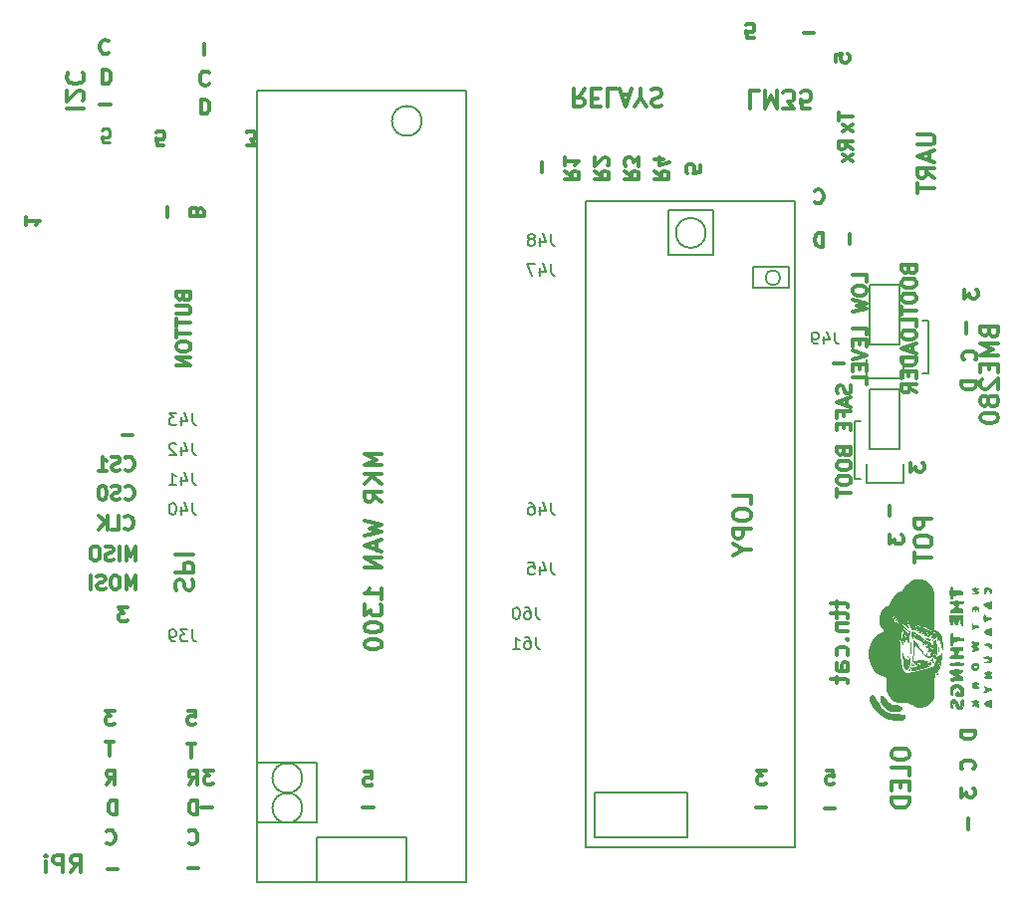
<source format=gbr>
G04 #@! TF.FileFunction,Legend,Bot*
%FSLAX46Y46*%
G04 Gerber Fmt 4.6, Leading zero omitted, Abs format (unit mm)*
G04 Created by KiCad (PCBNEW 4.0.7+dfsg1-1~bpo8+1) date Mon Jun  4 12:39:51 2018*
%MOMM*%
%LPD*%
G01*
G04 APERTURE LIST*
%ADD10C,0.100000*%
%ADD11C,0.300000*%
%ADD12C,0.250000*%
%ADD13C,0.200000*%
%ADD14C,0.150000*%
%ADD15C,0.010000*%
G04 APERTURE END LIST*
D10*
D11*
X119338714Y-72059857D02*
X119338714Y-72974143D01*
X121878714Y-72431286D02*
X121821571Y-72259857D01*
X121764429Y-72202714D01*
X121650143Y-72145571D01*
X121478714Y-72145571D01*
X121364429Y-72202714D01*
X121307286Y-72259857D01*
X121250143Y-72374143D01*
X121250143Y-72831286D01*
X122450143Y-72831286D01*
X122450143Y-72431286D01*
X122393000Y-72317000D01*
X122335857Y-72259857D01*
X122221571Y-72202714D01*
X122107286Y-72202714D01*
X121993000Y-72259857D01*
X121935857Y-72317000D01*
X121878714Y-72431286D01*
X121878714Y-72831286D01*
X116408143Y-91525714D02*
X115493857Y-91525714D01*
X115769928Y-94408571D02*
X115827071Y-94465714D01*
X115998500Y-94522857D01*
X116112786Y-94522857D01*
X116284214Y-94465714D01*
X116398500Y-94351429D01*
X116455643Y-94237143D01*
X116512786Y-94008571D01*
X116512786Y-93837143D01*
X116455643Y-93608571D01*
X116398500Y-93494286D01*
X116284214Y-93380000D01*
X116112786Y-93322857D01*
X115998500Y-93322857D01*
X115827071Y-93380000D01*
X115769928Y-93437143D01*
X115312786Y-94465714D02*
X115141357Y-94522857D01*
X114855643Y-94522857D01*
X114741357Y-94465714D01*
X114684214Y-94408571D01*
X114627071Y-94294286D01*
X114627071Y-94180000D01*
X114684214Y-94065714D01*
X114741357Y-94008571D01*
X114855643Y-93951429D01*
X115084214Y-93894286D01*
X115198500Y-93837143D01*
X115255643Y-93780000D01*
X115312786Y-93665714D01*
X115312786Y-93551429D01*
X115255643Y-93437143D01*
X115198500Y-93380000D01*
X115084214Y-93322857D01*
X114798500Y-93322857D01*
X114627071Y-93380000D01*
X113484214Y-94522857D02*
X114169929Y-94522857D01*
X113827071Y-94522857D02*
X113827071Y-93322857D01*
X113941357Y-93494286D01*
X114055643Y-93608571D01*
X114169929Y-93665714D01*
X115769928Y-96885071D02*
X115827071Y-96942214D01*
X115998500Y-96999357D01*
X116112786Y-96999357D01*
X116284214Y-96942214D01*
X116398500Y-96827929D01*
X116455643Y-96713643D01*
X116512786Y-96485071D01*
X116512786Y-96313643D01*
X116455643Y-96085071D01*
X116398500Y-95970786D01*
X116284214Y-95856500D01*
X116112786Y-95799357D01*
X115998500Y-95799357D01*
X115827071Y-95856500D01*
X115769928Y-95913643D01*
X115312786Y-96942214D02*
X115141357Y-96999357D01*
X114855643Y-96999357D01*
X114741357Y-96942214D01*
X114684214Y-96885071D01*
X114627071Y-96770786D01*
X114627071Y-96656500D01*
X114684214Y-96542214D01*
X114741357Y-96485071D01*
X114855643Y-96427929D01*
X115084214Y-96370786D01*
X115198500Y-96313643D01*
X115255643Y-96256500D01*
X115312786Y-96142214D01*
X115312786Y-96027929D01*
X115255643Y-95913643D01*
X115198500Y-95856500D01*
X115084214Y-95799357D01*
X114798500Y-95799357D01*
X114627071Y-95856500D01*
X113884214Y-95799357D02*
X113769929Y-95799357D01*
X113655643Y-95856500D01*
X113598500Y-95913643D01*
X113541357Y-96027929D01*
X113484214Y-96256500D01*
X113484214Y-96542214D01*
X113541357Y-96770786D01*
X113598500Y-96885071D01*
X113655643Y-96942214D01*
X113769929Y-96999357D01*
X113884214Y-96999357D01*
X113998500Y-96942214D01*
X114055643Y-96885071D01*
X114112786Y-96770786D01*
X114169929Y-96542214D01*
X114169929Y-96256500D01*
X114112786Y-96027929D01*
X114055643Y-95913643D01*
X113998500Y-95856500D01*
X113884214Y-95799357D01*
X115712785Y-99425071D02*
X115769928Y-99482214D01*
X115941357Y-99539357D01*
X116055643Y-99539357D01*
X116227071Y-99482214D01*
X116341357Y-99367929D01*
X116398500Y-99253643D01*
X116455643Y-99025071D01*
X116455643Y-98853643D01*
X116398500Y-98625071D01*
X116341357Y-98510786D01*
X116227071Y-98396500D01*
X116055643Y-98339357D01*
X115941357Y-98339357D01*
X115769928Y-98396500D01*
X115712785Y-98453643D01*
X114627071Y-99539357D02*
X115198500Y-99539357D01*
X115198500Y-98339357D01*
X114227071Y-99539357D02*
X114227071Y-98339357D01*
X113541356Y-99539357D02*
X114055642Y-98853643D01*
X113541356Y-98339357D02*
X114227071Y-99025071D01*
X116630215Y-102142857D02*
X116630215Y-100942857D01*
X116230215Y-101800000D01*
X115830215Y-100942857D01*
X115830215Y-102142857D01*
X115258786Y-102142857D02*
X115258786Y-100942857D01*
X114744500Y-102085714D02*
X114573071Y-102142857D01*
X114287357Y-102142857D01*
X114173071Y-102085714D01*
X114115928Y-102028571D01*
X114058785Y-101914286D01*
X114058785Y-101800000D01*
X114115928Y-101685714D01*
X114173071Y-101628571D01*
X114287357Y-101571429D01*
X114515928Y-101514286D01*
X114630214Y-101457143D01*
X114687357Y-101400000D01*
X114744500Y-101285714D01*
X114744500Y-101171429D01*
X114687357Y-101057143D01*
X114630214Y-101000000D01*
X114515928Y-100942857D01*
X114230214Y-100942857D01*
X114058785Y-101000000D01*
X113315928Y-100942857D02*
X113087357Y-100942857D01*
X112973071Y-101000000D01*
X112858785Y-101114286D01*
X112801643Y-101342857D01*
X112801643Y-101742857D01*
X112858785Y-101971429D01*
X112973071Y-102085714D01*
X113087357Y-102142857D01*
X113315928Y-102142857D01*
X113430214Y-102085714D01*
X113544500Y-101971429D01*
X113601643Y-101742857D01*
X113601643Y-101342857D01*
X113544500Y-101114286D01*
X113430214Y-101000000D01*
X113315928Y-100942857D01*
X116630215Y-104619357D02*
X116630215Y-103419357D01*
X116230215Y-104276500D01*
X115830215Y-103419357D01*
X115830215Y-104619357D01*
X115030214Y-103419357D02*
X114801643Y-103419357D01*
X114687357Y-103476500D01*
X114573071Y-103590786D01*
X114515929Y-103819357D01*
X114515929Y-104219357D01*
X114573071Y-104447929D01*
X114687357Y-104562214D01*
X114801643Y-104619357D01*
X115030214Y-104619357D01*
X115144500Y-104562214D01*
X115258786Y-104447929D01*
X115315929Y-104219357D01*
X115315929Y-103819357D01*
X115258786Y-103590786D01*
X115144500Y-103476500D01*
X115030214Y-103419357D01*
X114058786Y-104562214D02*
X113887357Y-104619357D01*
X113601643Y-104619357D01*
X113487357Y-104562214D01*
X113430214Y-104505071D01*
X113373071Y-104390786D01*
X113373071Y-104276500D01*
X113430214Y-104162214D01*
X113487357Y-104105071D01*
X113601643Y-104047929D01*
X113830214Y-103990786D01*
X113944500Y-103933643D01*
X114001643Y-103876500D01*
X114058786Y-103762214D01*
X114058786Y-103647929D01*
X114001643Y-103533643D01*
X113944500Y-103476500D01*
X113830214Y-103419357D01*
X113544500Y-103419357D01*
X113373071Y-103476500D01*
X112858786Y-104619357D02*
X112858786Y-103419357D01*
X115969999Y-106149857D02*
X115227142Y-106149857D01*
X115627142Y-106607000D01*
X115455714Y-106607000D01*
X115341428Y-106664143D01*
X115284285Y-106721286D01*
X115227142Y-106835571D01*
X115227142Y-107121286D01*
X115284285Y-107235571D01*
X115341428Y-107292714D01*
X115455714Y-107349857D01*
X115798571Y-107349857D01*
X115912857Y-107292714D01*
X115969999Y-107235571D01*
X120106357Y-104659714D02*
X120034929Y-104445428D01*
X120034929Y-104088285D01*
X120106357Y-103945428D01*
X120177786Y-103873999D01*
X120320643Y-103802571D01*
X120463500Y-103802571D01*
X120606357Y-103873999D01*
X120677786Y-103945428D01*
X120749214Y-104088285D01*
X120820643Y-104373999D01*
X120892071Y-104516857D01*
X120963500Y-104588285D01*
X121106357Y-104659714D01*
X121249214Y-104659714D01*
X121392071Y-104588285D01*
X121463500Y-104516857D01*
X121534929Y-104373999D01*
X121534929Y-104016857D01*
X121463500Y-103802571D01*
X120034929Y-103159714D02*
X121534929Y-103159714D01*
X121534929Y-102588286D01*
X121463500Y-102445428D01*
X121392071Y-102374000D01*
X121249214Y-102302571D01*
X121034929Y-102302571D01*
X120892071Y-102374000D01*
X120820643Y-102445428D01*
X120749214Y-102588286D01*
X120749214Y-103159714D01*
X120034929Y-101659714D02*
X121534929Y-101659714D01*
X121126285Y-114912857D02*
X121697714Y-114912857D01*
X121754857Y-115484286D01*
X121697714Y-115427143D01*
X121583428Y-115370000D01*
X121297714Y-115370000D01*
X121183428Y-115427143D01*
X121126285Y-115484286D01*
X121069142Y-115598571D01*
X121069142Y-115884286D01*
X121126285Y-115998571D01*
X121183428Y-116055714D01*
X121297714Y-116112857D01*
X121583428Y-116112857D01*
X121697714Y-116055714D01*
X121754857Y-115998571D01*
X121691357Y-117706857D02*
X121005643Y-117706857D01*
X121348500Y-118906857D02*
X121348500Y-117706857D01*
X121167571Y-121192857D02*
X121567571Y-120621429D01*
X121853286Y-121192857D02*
X121853286Y-119992857D01*
X121396143Y-119992857D01*
X121281857Y-120050000D01*
X121224714Y-120107143D01*
X121167571Y-120221429D01*
X121167571Y-120392857D01*
X121224714Y-120507143D01*
X121281857Y-120564286D01*
X121396143Y-120621429D01*
X121853286Y-120621429D01*
X121853286Y-123732857D02*
X121853286Y-122532857D01*
X121567571Y-122532857D01*
X121396143Y-122590000D01*
X121281857Y-122704286D01*
X121224714Y-122818571D01*
X121167571Y-123047143D01*
X121167571Y-123218571D01*
X121224714Y-123447143D01*
X121281857Y-123561429D01*
X121396143Y-123675714D01*
X121567571Y-123732857D01*
X121853286Y-123732857D01*
X121167571Y-126158571D02*
X121224714Y-126215714D01*
X121396143Y-126272857D01*
X121510429Y-126272857D01*
X121681857Y-126215714D01*
X121796143Y-126101429D01*
X121853286Y-125987143D01*
X121910429Y-125758571D01*
X121910429Y-125587143D01*
X121853286Y-125358571D01*
X121796143Y-125244286D01*
X121681857Y-125130000D01*
X121510429Y-125072857D01*
X121396143Y-125072857D01*
X121224714Y-125130000D01*
X121167571Y-125187143D01*
X121996143Y-128355714D02*
X121081857Y-128355714D01*
X115138143Y-128419214D02*
X114223857Y-128419214D01*
X114182571Y-126158571D02*
X114239714Y-126215714D01*
X114411143Y-126272857D01*
X114525429Y-126272857D01*
X114696857Y-126215714D01*
X114811143Y-126101429D01*
X114868286Y-125987143D01*
X114925429Y-125758571D01*
X114925429Y-125587143D01*
X114868286Y-125358571D01*
X114811143Y-125244286D01*
X114696857Y-125130000D01*
X114525429Y-125072857D01*
X114411143Y-125072857D01*
X114239714Y-125130000D01*
X114182571Y-125187143D01*
X114995286Y-123732857D02*
X114995286Y-122532857D01*
X114709571Y-122532857D01*
X114538143Y-122590000D01*
X114423857Y-122704286D01*
X114366714Y-122818571D01*
X114309571Y-123047143D01*
X114309571Y-123218571D01*
X114366714Y-123447143D01*
X114423857Y-123561429D01*
X114538143Y-123675714D01*
X114709571Y-123732857D01*
X114995286Y-123732857D01*
X114182571Y-121192857D02*
X114582571Y-120621429D01*
X114868286Y-121192857D02*
X114868286Y-119992857D01*
X114411143Y-119992857D01*
X114296857Y-120050000D01*
X114239714Y-120107143D01*
X114182571Y-120221429D01*
X114182571Y-120392857D01*
X114239714Y-120507143D01*
X114296857Y-120564286D01*
X114411143Y-120621429D01*
X114868286Y-120621429D01*
X114769857Y-117579857D02*
X114084143Y-117579857D01*
X114427000Y-118779857D02*
X114427000Y-117579857D01*
X114826999Y-114912857D02*
X114084142Y-114912857D01*
X114484142Y-115370000D01*
X114312714Y-115370000D01*
X114198428Y-115427143D01*
X114141285Y-115484286D01*
X114084142Y-115598571D01*
X114084142Y-115884286D01*
X114141285Y-115998571D01*
X114198428Y-116055714D01*
X114312714Y-116112857D01*
X114655571Y-116112857D01*
X114769857Y-116055714D01*
X114826999Y-115998571D01*
X136855143Y-123148714D02*
X135940857Y-123148714D01*
X136112285Y-120119857D02*
X136683714Y-120119857D01*
X136740857Y-120691286D01*
X136683714Y-120634143D01*
X136569428Y-120577000D01*
X136283714Y-120577000D01*
X136169428Y-120634143D01*
X136112285Y-120691286D01*
X136055142Y-120805571D01*
X136055142Y-121091286D01*
X136112285Y-121205571D01*
X136169428Y-121262714D01*
X136283714Y-121319857D01*
X136569428Y-121319857D01*
X136683714Y-121262714D01*
X136740857Y-121205571D01*
X123208999Y-119992857D02*
X122466142Y-119992857D01*
X122866142Y-120450000D01*
X122694714Y-120450000D01*
X122580428Y-120507143D01*
X122523285Y-120564286D01*
X122466142Y-120678571D01*
X122466142Y-120964286D01*
X122523285Y-121078571D01*
X122580428Y-121135714D01*
X122694714Y-121192857D01*
X123037571Y-121192857D01*
X123151857Y-121135714D01*
X123208999Y-121078571D01*
X123139143Y-123148714D02*
X122224857Y-123148714D01*
X111132857Y-128694571D02*
X111632857Y-127980286D01*
X111990000Y-128694571D02*
X111990000Y-127194571D01*
X111418572Y-127194571D01*
X111275714Y-127266000D01*
X111204286Y-127337429D01*
X111132857Y-127480286D01*
X111132857Y-127694571D01*
X111204286Y-127837429D01*
X111275714Y-127908857D01*
X111418572Y-127980286D01*
X111990000Y-127980286D01*
X110490000Y-128694571D02*
X110490000Y-127194571D01*
X109918572Y-127194571D01*
X109775714Y-127266000D01*
X109704286Y-127337429D01*
X109632857Y-127480286D01*
X109632857Y-127694571D01*
X109704286Y-127837429D01*
X109775714Y-127908857D01*
X109918572Y-127980286D01*
X110490000Y-127980286D01*
X108990000Y-128694571D02*
X108990000Y-127694571D01*
X108990000Y-127194571D02*
X109061429Y-127266000D01*
X108990000Y-127337429D01*
X108918572Y-127266000D01*
X108990000Y-127194571D01*
X108990000Y-127337429D01*
X175355285Y-119992857D02*
X175926714Y-119992857D01*
X175983857Y-120564286D01*
X175926714Y-120507143D01*
X175812428Y-120450000D01*
X175526714Y-120450000D01*
X175412428Y-120507143D01*
X175355285Y-120564286D01*
X175298142Y-120678571D01*
X175298142Y-120964286D01*
X175355285Y-121078571D01*
X175412428Y-121135714D01*
X175526714Y-121192857D01*
X175812428Y-121192857D01*
X175926714Y-121135714D01*
X175983857Y-121078571D01*
X176098143Y-123275714D02*
X175183857Y-123275714D01*
X170256143Y-123148714D02*
X169341857Y-123148714D01*
X170198999Y-119992857D02*
X169456142Y-119992857D01*
X169856142Y-120450000D01*
X169684714Y-120450000D01*
X169570428Y-120507143D01*
X169513285Y-120564286D01*
X169456142Y-120678571D01*
X169456142Y-120964286D01*
X169513285Y-121078571D01*
X169570428Y-121135714D01*
X169684714Y-121192857D01*
X170027571Y-121192857D01*
X170141857Y-121135714D01*
X170198999Y-121078571D01*
X187410714Y-124066357D02*
X187410714Y-124980643D01*
X186794857Y-121520001D02*
X186794857Y-122262858D01*
X187252000Y-121862858D01*
X187252000Y-122034286D01*
X187309143Y-122148572D01*
X187366286Y-122205715D01*
X187480571Y-122262858D01*
X187766286Y-122262858D01*
X187880571Y-122205715D01*
X187937714Y-122148572D01*
X187994857Y-122034286D01*
X187994857Y-121691429D01*
X187937714Y-121577143D01*
X187880571Y-121520001D01*
X187880571Y-119878429D02*
X187937714Y-119821286D01*
X187994857Y-119649857D01*
X187994857Y-119535571D01*
X187937714Y-119364143D01*
X187823429Y-119249857D01*
X187709143Y-119192714D01*
X187480571Y-119135571D01*
X187309143Y-119135571D01*
X187080571Y-119192714D01*
X186966286Y-119249857D01*
X186852000Y-119364143D01*
X186794857Y-119535571D01*
X186794857Y-119649857D01*
X186852000Y-119821286D01*
X186909143Y-119878429D01*
X187994857Y-116652714D02*
X186794857Y-116652714D01*
X186794857Y-116938429D01*
X186852000Y-117109857D01*
X186966286Y-117224143D01*
X187080571Y-117281286D01*
X187309143Y-117338429D01*
X187480571Y-117338429D01*
X187709143Y-117281286D01*
X187823429Y-117224143D01*
X187937714Y-117109857D01*
X187994857Y-116938429D01*
X187994857Y-116652714D01*
X187048857Y-79102001D02*
X187048857Y-79844858D01*
X187506000Y-79444858D01*
X187506000Y-79616286D01*
X187563143Y-79730572D01*
X187620286Y-79787715D01*
X187734571Y-79844858D01*
X188020286Y-79844858D01*
X188134571Y-79787715D01*
X188191714Y-79730572D01*
X188248857Y-79616286D01*
X188248857Y-79273429D01*
X188191714Y-79159143D01*
X188134571Y-79102001D01*
X187283714Y-81902357D02*
X187283714Y-82816643D01*
X188007571Y-85080429D02*
X188064714Y-85023286D01*
X188121857Y-84851857D01*
X188121857Y-84737571D01*
X188064714Y-84566143D01*
X187950429Y-84451857D01*
X187836143Y-84394714D01*
X187607571Y-84337571D01*
X187436143Y-84337571D01*
X187207571Y-84394714D01*
X187093286Y-84451857D01*
X186979000Y-84566143D01*
X186921857Y-84737571D01*
X186921857Y-84851857D01*
X186979000Y-85023286D01*
X187036143Y-85080429D01*
X188058357Y-86934714D02*
X186858357Y-86934714D01*
X186858357Y-87220429D01*
X186915500Y-87391857D01*
X187029786Y-87506143D01*
X187144071Y-87563286D01*
X187372643Y-87620429D01*
X187544071Y-87620429D01*
X187772643Y-87563286D01*
X187886929Y-87506143D01*
X188001214Y-87391857D01*
X188058357Y-87220429D01*
X188058357Y-86934714D01*
X177377714Y-74345857D02*
X177377714Y-75260143D01*
X175066286Y-75472857D02*
X175066286Y-74272857D01*
X174780571Y-74272857D01*
X174609143Y-74330000D01*
X174494857Y-74444286D01*
X174437714Y-74558571D01*
X174380571Y-74787143D01*
X174380571Y-74958571D01*
X174437714Y-75187143D01*
X174494857Y-75301429D01*
X174609143Y-75415714D01*
X174780571Y-75472857D01*
X175066286Y-75472857D01*
X174380571Y-71675571D02*
X174437714Y-71732714D01*
X174609143Y-71789857D01*
X174723429Y-71789857D01*
X174894857Y-71732714D01*
X175009143Y-71618429D01*
X175066286Y-71504143D01*
X175123429Y-71275571D01*
X175123429Y-71104143D01*
X175066286Y-70875571D01*
X175009143Y-70761286D01*
X174894857Y-70647000D01*
X174723429Y-70589857D01*
X174609143Y-70589857D01*
X174437714Y-70647000D01*
X174380571Y-70704143D01*
X177580857Y-67195715D02*
X177009429Y-66795715D01*
X177580857Y-66510000D02*
X176380857Y-66510000D01*
X176380857Y-66967143D01*
X176438000Y-67081429D01*
X176495143Y-67138572D01*
X176609429Y-67195715D01*
X176780857Y-67195715D01*
X176895143Y-67138572D01*
X176952286Y-67081429D01*
X177009429Y-66967143D01*
X177009429Y-66510000D01*
X177580857Y-67595715D02*
X176780857Y-68224286D01*
X176780857Y-67595715D02*
X177580857Y-68224286D01*
X176380857Y-64068429D02*
X176380857Y-64754143D01*
X177580857Y-64411286D02*
X176380857Y-64411286D01*
X177580857Y-65039858D02*
X176780857Y-65668429D01*
X176780857Y-65039858D02*
X177580857Y-65668429D01*
X176126857Y-59721715D02*
X176126857Y-59150286D01*
X176698286Y-59093143D01*
X176641143Y-59150286D01*
X176584000Y-59264572D01*
X176584000Y-59550286D01*
X176641143Y-59664572D01*
X176698286Y-59721715D01*
X176812571Y-59778858D01*
X177098286Y-59778858D01*
X177212571Y-59721715D01*
X177269714Y-59664572D01*
X177326857Y-59550286D01*
X177326857Y-59264572D01*
X177269714Y-59150286D01*
X177212571Y-59093143D01*
X173405857Y-57318286D02*
X174320143Y-57318286D01*
X169195715Y-57680143D02*
X168624286Y-57680143D01*
X168567143Y-57108714D01*
X168624286Y-57165857D01*
X168738572Y-57223000D01*
X169024286Y-57223000D01*
X169138572Y-57165857D01*
X169195715Y-57108714D01*
X169252858Y-56994429D01*
X169252858Y-56708714D01*
X169195715Y-56594429D01*
X169138572Y-56537286D01*
X169024286Y-56480143D01*
X168738572Y-56480143D01*
X168624286Y-56537286D01*
X168567143Y-56594429D01*
X164614143Y-68548285D02*
X164614143Y-69119714D01*
X164042714Y-69176857D01*
X164099857Y-69119714D01*
X164157000Y-69005428D01*
X164157000Y-68719714D01*
X164099857Y-68605428D01*
X164042714Y-68548285D01*
X163928429Y-68491142D01*
X163642714Y-68491142D01*
X163528429Y-68548285D01*
X163471286Y-68605428D01*
X163414143Y-68719714D01*
X163414143Y-69005428D01*
X163471286Y-69119714D01*
X163528429Y-69176857D01*
X160747143Y-69033999D02*
X161318571Y-69433999D01*
X160747143Y-69719714D02*
X161947143Y-69719714D01*
X161947143Y-69262571D01*
X161890000Y-69148285D01*
X161832857Y-69091142D01*
X161718571Y-69033999D01*
X161547143Y-69033999D01*
X161432857Y-69091142D01*
X161375714Y-69148285D01*
X161318571Y-69262571D01*
X161318571Y-69719714D01*
X161547143Y-68005428D02*
X160747143Y-68005428D01*
X162004286Y-68291142D02*
X161147143Y-68576857D01*
X161147143Y-67833999D01*
X158207143Y-69033999D02*
X158778571Y-69433999D01*
X158207143Y-69719714D02*
X159407143Y-69719714D01*
X159407143Y-69262571D01*
X159350000Y-69148285D01*
X159292857Y-69091142D01*
X159178571Y-69033999D01*
X159007143Y-69033999D01*
X158892857Y-69091142D01*
X158835714Y-69148285D01*
X158778571Y-69262571D01*
X158778571Y-69719714D01*
X159407143Y-68633999D02*
X159407143Y-67891142D01*
X158950000Y-68291142D01*
X158950000Y-68119714D01*
X158892857Y-68005428D01*
X158835714Y-67948285D01*
X158721429Y-67891142D01*
X158435714Y-67891142D01*
X158321429Y-67948285D01*
X158264286Y-68005428D01*
X158207143Y-68119714D01*
X158207143Y-68462571D01*
X158264286Y-68576857D01*
X158321429Y-68633999D01*
X155667143Y-69033999D02*
X156238571Y-69433999D01*
X155667143Y-69719714D02*
X156867143Y-69719714D01*
X156867143Y-69262571D01*
X156810000Y-69148285D01*
X156752857Y-69091142D01*
X156638571Y-69033999D01*
X156467143Y-69033999D01*
X156352857Y-69091142D01*
X156295714Y-69148285D01*
X156238571Y-69262571D01*
X156238571Y-69719714D01*
X156752857Y-68576857D02*
X156810000Y-68519714D01*
X156867143Y-68405428D01*
X156867143Y-68119714D01*
X156810000Y-68005428D01*
X156752857Y-67948285D01*
X156638571Y-67891142D01*
X156524286Y-67891142D01*
X156352857Y-67948285D01*
X155667143Y-68633999D01*
X155667143Y-67891142D01*
X153127143Y-69033999D02*
X153698571Y-69433999D01*
X153127143Y-69719714D02*
X154327143Y-69719714D01*
X154327143Y-69262571D01*
X154270000Y-69148285D01*
X154212857Y-69091142D01*
X154098571Y-69033999D01*
X153927143Y-69033999D01*
X153812857Y-69091142D01*
X153755714Y-69148285D01*
X153698571Y-69262571D01*
X153698571Y-69719714D01*
X153127143Y-67891142D02*
X153127143Y-68576857D01*
X153127143Y-68233999D02*
X154327143Y-68233999D01*
X154155714Y-68348285D01*
X154041429Y-68462571D01*
X153984286Y-68576857D01*
X151171286Y-69164143D02*
X151171286Y-68249857D01*
X126092001Y-66824143D02*
X126834858Y-66824143D01*
X126434858Y-66367000D01*
X126606286Y-66367000D01*
X126720572Y-66309857D01*
X126777715Y-66252714D01*
X126834858Y-66138429D01*
X126834858Y-65852714D01*
X126777715Y-65738429D01*
X126720572Y-65681286D01*
X126606286Y-65624143D01*
X126263429Y-65624143D01*
X126149143Y-65681286D01*
X126092001Y-65738429D01*
X119030715Y-66824143D02*
X118459286Y-66824143D01*
X118402143Y-66252714D01*
X118459286Y-66309857D01*
X118573572Y-66367000D01*
X118859286Y-66367000D01*
X118973572Y-66309857D01*
X119030715Y-66252714D01*
X119087858Y-66138429D01*
X119087858Y-65852714D01*
X119030715Y-65738429D01*
X118973572Y-65681286D01*
X118859286Y-65624143D01*
X118573572Y-65624143D01*
X118459286Y-65681286D01*
X118402143Y-65738429D01*
X122240714Y-62957143D02*
X122240714Y-64157143D01*
X122526429Y-64157143D01*
X122697857Y-64100000D01*
X122812143Y-63985714D01*
X122869286Y-63871429D01*
X122926429Y-63642857D01*
X122926429Y-63471429D01*
X122869286Y-63242857D01*
X122812143Y-63128571D01*
X122697857Y-63014286D01*
X122526429Y-62957143D01*
X122240714Y-62957143D01*
X122862929Y-60658429D02*
X122805786Y-60601286D01*
X122634357Y-60544143D01*
X122520071Y-60544143D01*
X122348643Y-60601286D01*
X122234357Y-60715571D01*
X122177214Y-60829857D01*
X122120071Y-61058429D01*
X122120071Y-61229857D01*
X122177214Y-61458429D01*
X122234357Y-61572714D01*
X122348643Y-61687000D01*
X122520071Y-61744143D01*
X122634357Y-61744143D01*
X122805786Y-61687000D01*
X122862929Y-61629857D01*
X122469286Y-59131143D02*
X122469286Y-58216857D01*
X107343643Y-72936142D02*
X107343643Y-73621857D01*
X107343643Y-73278999D02*
X108543643Y-73278999D01*
X108372214Y-73393285D01*
X108257929Y-73507571D01*
X108200786Y-73621857D01*
D12*
X114395215Y-66633643D02*
X113823786Y-66633643D01*
X113766643Y-66062214D01*
X113823786Y-66119357D01*
X113938072Y-66176500D01*
X114223786Y-66176500D01*
X114338072Y-66119357D01*
X114395215Y-66062214D01*
X114452358Y-65947929D01*
X114452358Y-65662214D01*
X114395215Y-65547929D01*
X114338072Y-65490786D01*
X114223786Y-65433643D01*
X113938072Y-65433643D01*
X113823786Y-65490786D01*
X113766643Y-65547929D01*
D11*
X113588857Y-63414286D02*
X114503143Y-63414286D01*
X113858714Y-60417143D02*
X113858714Y-61617143D01*
X114144429Y-61617143D01*
X114315857Y-61560000D01*
X114430143Y-61445714D01*
X114487286Y-61331429D01*
X114544429Y-61102857D01*
X114544429Y-60931429D01*
X114487286Y-60702857D01*
X114430143Y-60588571D01*
X114315857Y-60474286D01*
X114144429Y-60417143D01*
X113858714Y-60417143D01*
X114353929Y-57991429D02*
X114296786Y-57934286D01*
X114125357Y-57877143D01*
X114011071Y-57877143D01*
X113839643Y-57934286D01*
X113725357Y-58048571D01*
X113668214Y-58162857D01*
X113611071Y-58391429D01*
X113611071Y-58562857D01*
X113668214Y-58791429D01*
X113725357Y-58905714D01*
X113839643Y-59020000D01*
X114011071Y-59077143D01*
X114125357Y-59077143D01*
X114296786Y-59020000D01*
X114353929Y-58962857D01*
X180743214Y-97459857D02*
X180743214Y-98374143D01*
X180698857Y-99993501D02*
X180698857Y-100736358D01*
X181156000Y-100336358D01*
X181156000Y-100507786D01*
X181213143Y-100622072D01*
X181270286Y-100679215D01*
X181384571Y-100736358D01*
X181670286Y-100736358D01*
X181784571Y-100679215D01*
X181841714Y-100622072D01*
X181898857Y-100507786D01*
X181898857Y-100164929D01*
X181841714Y-100050643D01*
X181784571Y-99993501D01*
X120691286Y-79708714D02*
X120748429Y-79880143D01*
X120805571Y-79937286D01*
X120919857Y-79994429D01*
X121091286Y-79994429D01*
X121205571Y-79937286D01*
X121262714Y-79880143D01*
X121319857Y-79765857D01*
X121319857Y-79308714D01*
X120119857Y-79308714D01*
X120119857Y-79708714D01*
X120177000Y-79823000D01*
X120234143Y-79880143D01*
X120348429Y-79937286D01*
X120462714Y-79937286D01*
X120577000Y-79880143D01*
X120634143Y-79823000D01*
X120691286Y-79708714D01*
X120691286Y-79308714D01*
X120119857Y-80508714D02*
X121091286Y-80508714D01*
X121205571Y-80565857D01*
X121262714Y-80623000D01*
X121319857Y-80737286D01*
X121319857Y-80965857D01*
X121262714Y-81080143D01*
X121205571Y-81137286D01*
X121091286Y-81194429D01*
X120119857Y-81194429D01*
X120119857Y-81594429D02*
X120119857Y-82280143D01*
X121319857Y-81937286D02*
X120119857Y-81937286D01*
X120119857Y-82508715D02*
X120119857Y-83194429D01*
X121319857Y-82851572D02*
X120119857Y-82851572D01*
X120119857Y-83823001D02*
X120119857Y-84051572D01*
X120177000Y-84165858D01*
X120291286Y-84280144D01*
X120519857Y-84337286D01*
X120919857Y-84337286D01*
X121148429Y-84280144D01*
X121262714Y-84165858D01*
X121319857Y-84051572D01*
X121319857Y-83823001D01*
X121262714Y-83708715D01*
X121148429Y-83594429D01*
X120919857Y-83537286D01*
X120519857Y-83537286D01*
X120291286Y-83594429D01*
X120177000Y-83708715D01*
X120119857Y-83823001D01*
X121319857Y-84851572D02*
X120119857Y-84851572D01*
X121319857Y-85537287D01*
X120119857Y-85537287D01*
X176860143Y-85429714D02*
X175945857Y-85429714D01*
X182476857Y-93834001D02*
X182476857Y-94576858D01*
X182934000Y-94176858D01*
X182934000Y-94348286D01*
X182991143Y-94462572D01*
X183048286Y-94519715D01*
X183162571Y-94576858D01*
X183448286Y-94576858D01*
X183562571Y-94519715D01*
X183619714Y-94462572D01*
X183676857Y-94348286D01*
X183676857Y-94005429D01*
X183619714Y-93891143D01*
X183562571Y-93834001D01*
D13*
X184023000Y-86233000D02*
X183515000Y-86233000D01*
X184023000Y-81788000D02*
X184023000Y-86233000D01*
X183515000Y-81788000D02*
X184023000Y-81788000D01*
D11*
X178782857Y-78451571D02*
X178782857Y-77880142D01*
X177582857Y-77880142D01*
X177582857Y-79080143D02*
X177582857Y-79308714D01*
X177640000Y-79423000D01*
X177754286Y-79537286D01*
X177982857Y-79594428D01*
X178382857Y-79594428D01*
X178611429Y-79537286D01*
X178725714Y-79423000D01*
X178782857Y-79308714D01*
X178782857Y-79080143D01*
X178725714Y-78965857D01*
X178611429Y-78851571D01*
X178382857Y-78794428D01*
X177982857Y-78794428D01*
X177754286Y-78851571D01*
X177640000Y-78965857D01*
X177582857Y-79080143D01*
X177582857Y-79994429D02*
X178782857Y-80280143D01*
X177925714Y-80508714D01*
X178782857Y-80737286D01*
X177582857Y-81023000D01*
X178782857Y-82965858D02*
X178782857Y-82394429D01*
X177582857Y-82394429D01*
X178154286Y-83365858D02*
X178154286Y-83765858D01*
X178782857Y-83937287D02*
X178782857Y-83365858D01*
X177582857Y-83365858D01*
X177582857Y-83937287D01*
X177582857Y-84280144D02*
X178782857Y-84680144D01*
X177582857Y-85080144D01*
X178154286Y-85480143D02*
X178154286Y-85880143D01*
X178782857Y-86051572D02*
X178782857Y-85480143D01*
X177582857Y-85480143D01*
X177582857Y-86051572D01*
X178782857Y-87137286D02*
X178782857Y-86565857D01*
X177582857Y-86565857D01*
X182354286Y-77423000D02*
X182411429Y-77594429D01*
X182468571Y-77651572D01*
X182582857Y-77708715D01*
X182754286Y-77708715D01*
X182868571Y-77651572D01*
X182925714Y-77594429D01*
X182982857Y-77480143D01*
X182982857Y-77023000D01*
X181782857Y-77023000D01*
X181782857Y-77423000D01*
X181840000Y-77537286D01*
X181897143Y-77594429D01*
X182011429Y-77651572D01*
X182125714Y-77651572D01*
X182240000Y-77594429D01*
X182297143Y-77537286D01*
X182354286Y-77423000D01*
X182354286Y-77023000D01*
X181782857Y-78451572D02*
X181782857Y-78680143D01*
X181840000Y-78794429D01*
X181954286Y-78908715D01*
X182182857Y-78965857D01*
X182582857Y-78965857D01*
X182811429Y-78908715D01*
X182925714Y-78794429D01*
X182982857Y-78680143D01*
X182982857Y-78451572D01*
X182925714Y-78337286D01*
X182811429Y-78223000D01*
X182582857Y-78165857D01*
X182182857Y-78165857D01*
X181954286Y-78223000D01*
X181840000Y-78337286D01*
X181782857Y-78451572D01*
X181782857Y-79708715D02*
X181782857Y-79937286D01*
X181840000Y-80051572D01*
X181954286Y-80165858D01*
X182182857Y-80223000D01*
X182582857Y-80223000D01*
X182811429Y-80165858D01*
X182925714Y-80051572D01*
X182982857Y-79937286D01*
X182982857Y-79708715D01*
X182925714Y-79594429D01*
X182811429Y-79480143D01*
X182582857Y-79423000D01*
X182182857Y-79423000D01*
X181954286Y-79480143D01*
X181840000Y-79594429D01*
X181782857Y-79708715D01*
X181782857Y-80565858D02*
X181782857Y-81251572D01*
X182982857Y-80908715D02*
X181782857Y-80908715D01*
X182982857Y-82223001D02*
X182982857Y-81651572D01*
X181782857Y-81651572D01*
X181782857Y-82851573D02*
X181782857Y-83080144D01*
X181840000Y-83194430D01*
X181954286Y-83308716D01*
X182182857Y-83365858D01*
X182582857Y-83365858D01*
X182811429Y-83308716D01*
X182925714Y-83194430D01*
X182982857Y-83080144D01*
X182982857Y-82851573D01*
X182925714Y-82737287D01*
X182811429Y-82623001D01*
X182582857Y-82565858D01*
X182182857Y-82565858D01*
X181954286Y-82623001D01*
X181840000Y-82737287D01*
X181782857Y-82851573D01*
X182640000Y-83823001D02*
X182640000Y-84394430D01*
X182982857Y-83708716D02*
X181782857Y-84108716D01*
X182982857Y-84508716D01*
X182982857Y-84908715D02*
X181782857Y-84908715D01*
X181782857Y-85194430D01*
X181840000Y-85365858D01*
X181954286Y-85480144D01*
X182068571Y-85537287D01*
X182297143Y-85594430D01*
X182468571Y-85594430D01*
X182697143Y-85537287D01*
X182811429Y-85480144D01*
X182925714Y-85365858D01*
X182982857Y-85194430D01*
X182982857Y-84908715D01*
X182354286Y-86108715D02*
X182354286Y-86508715D01*
X182982857Y-86680144D02*
X182982857Y-86108715D01*
X181782857Y-86108715D01*
X181782857Y-86680144D01*
X182982857Y-87880144D02*
X182411429Y-87480144D01*
X182982857Y-87194429D02*
X181782857Y-87194429D01*
X181782857Y-87651572D01*
X181840000Y-87765858D01*
X181897143Y-87823001D01*
X182011429Y-87880144D01*
X182182857Y-87880144D01*
X182297143Y-87823001D01*
X182354286Y-87765858D01*
X182411429Y-87651572D01*
X182411429Y-87194429D01*
D13*
X177800000Y-95250000D02*
X178308000Y-95250000D01*
X177800000Y-90297000D02*
X177800000Y-95250000D01*
X178308000Y-90297000D02*
X177800000Y-90297000D01*
D11*
X177396714Y-87262286D02*
X177453857Y-87433715D01*
X177453857Y-87719429D01*
X177396714Y-87833715D01*
X177339571Y-87890858D01*
X177225286Y-87948001D01*
X177111000Y-87948001D01*
X176996714Y-87890858D01*
X176939571Y-87833715D01*
X176882429Y-87719429D01*
X176825286Y-87490858D01*
X176768143Y-87376572D01*
X176711000Y-87319429D01*
X176596714Y-87262286D01*
X176482429Y-87262286D01*
X176368143Y-87319429D01*
X176311000Y-87376572D01*
X176253857Y-87490858D01*
X176253857Y-87776572D01*
X176311000Y-87948001D01*
X177111000Y-88405143D02*
X177111000Y-88976572D01*
X177453857Y-88290858D02*
X176253857Y-88690858D01*
X177453857Y-89090858D01*
X176825286Y-89890857D02*
X176825286Y-89490857D01*
X177453857Y-89490857D02*
X176253857Y-89490857D01*
X176253857Y-90062286D01*
X176825286Y-90519428D02*
X176825286Y-90919428D01*
X177453857Y-91090857D02*
X177453857Y-90519428D01*
X176253857Y-90519428D01*
X176253857Y-91090857D01*
X176825286Y-92919428D02*
X176882429Y-93090857D01*
X176939571Y-93148000D01*
X177053857Y-93205143D01*
X177225286Y-93205143D01*
X177339571Y-93148000D01*
X177396714Y-93090857D01*
X177453857Y-92976571D01*
X177453857Y-92519428D01*
X176253857Y-92519428D01*
X176253857Y-92919428D01*
X176311000Y-93033714D01*
X176368143Y-93090857D01*
X176482429Y-93148000D01*
X176596714Y-93148000D01*
X176711000Y-93090857D01*
X176768143Y-93033714D01*
X176825286Y-92919428D01*
X176825286Y-92519428D01*
X176253857Y-93948000D02*
X176253857Y-94176571D01*
X176311000Y-94290857D01*
X176425286Y-94405143D01*
X176653857Y-94462285D01*
X177053857Y-94462285D01*
X177282429Y-94405143D01*
X177396714Y-94290857D01*
X177453857Y-94176571D01*
X177453857Y-93948000D01*
X177396714Y-93833714D01*
X177282429Y-93719428D01*
X177053857Y-93662285D01*
X176653857Y-93662285D01*
X176425286Y-93719428D01*
X176311000Y-93833714D01*
X176253857Y-93948000D01*
X176253857Y-95205143D02*
X176253857Y-95433714D01*
X176311000Y-95548000D01*
X176425286Y-95662286D01*
X176653857Y-95719428D01*
X177053857Y-95719428D01*
X177282429Y-95662286D01*
X177396714Y-95548000D01*
X177453857Y-95433714D01*
X177453857Y-95205143D01*
X177396714Y-95090857D01*
X177282429Y-94976571D01*
X177053857Y-94919428D01*
X176653857Y-94919428D01*
X176425286Y-94976571D01*
X176311000Y-95090857D01*
X176253857Y-95205143D01*
X176253857Y-96062286D02*
X176253857Y-96748000D01*
X177453857Y-96405143D02*
X176253857Y-96405143D01*
X110763929Y-63694285D02*
X112263929Y-63694285D01*
X112121071Y-63051428D02*
X112192500Y-62979999D01*
X112263929Y-62837142D01*
X112263929Y-62479999D01*
X112192500Y-62337142D01*
X112121071Y-62265713D01*
X111978214Y-62194285D01*
X111835357Y-62194285D01*
X111621071Y-62265713D01*
X110763929Y-63122856D01*
X110763929Y-62194285D01*
X110906786Y-60694285D02*
X110835357Y-60765714D01*
X110763929Y-60980000D01*
X110763929Y-61122857D01*
X110835357Y-61337142D01*
X110978214Y-61480000D01*
X111121071Y-61551428D01*
X111406786Y-61622857D01*
X111621071Y-61622857D01*
X111906786Y-61551428D01*
X112049643Y-61480000D01*
X112192500Y-61337142D01*
X112263929Y-61122857D01*
X112263929Y-60980000D01*
X112192500Y-60765714D01*
X112121071Y-60694285D01*
X154785572Y-62059429D02*
X154285572Y-62773714D01*
X153928429Y-62059429D02*
X153928429Y-63559429D01*
X154499857Y-63559429D01*
X154642715Y-63488000D01*
X154714143Y-63416571D01*
X154785572Y-63273714D01*
X154785572Y-63059429D01*
X154714143Y-62916571D01*
X154642715Y-62845143D01*
X154499857Y-62773714D01*
X153928429Y-62773714D01*
X155428429Y-62845143D02*
X155928429Y-62845143D01*
X156142715Y-62059429D02*
X155428429Y-62059429D01*
X155428429Y-63559429D01*
X156142715Y-63559429D01*
X157499858Y-62059429D02*
X156785572Y-62059429D01*
X156785572Y-63559429D01*
X157928429Y-62488000D02*
X158642715Y-62488000D01*
X157785572Y-62059429D02*
X158285572Y-63559429D01*
X158785572Y-62059429D01*
X159571286Y-62773714D02*
X159571286Y-62059429D01*
X159071286Y-63559429D02*
X159571286Y-62773714D01*
X160071286Y-63559429D01*
X160499857Y-62130857D02*
X160714143Y-62059429D01*
X161071286Y-62059429D01*
X161214143Y-62130857D01*
X161285572Y-62202286D01*
X161357000Y-62345143D01*
X161357000Y-62488000D01*
X161285572Y-62630857D01*
X161214143Y-62702286D01*
X161071286Y-62773714D01*
X160785572Y-62845143D01*
X160642714Y-62916571D01*
X160571286Y-62988000D01*
X160499857Y-63130857D01*
X160499857Y-63273714D01*
X160571286Y-63416571D01*
X160642714Y-63488000D01*
X160785572Y-63559429D01*
X161142714Y-63559429D01*
X161357000Y-63488000D01*
X169628572Y-62186429D02*
X168914286Y-62186429D01*
X168914286Y-63686429D01*
X170128572Y-62186429D02*
X170128572Y-63686429D01*
X170628572Y-62615000D01*
X171128572Y-63686429D01*
X171128572Y-62186429D01*
X171700001Y-63686429D02*
X172628572Y-63686429D01*
X172128572Y-63115000D01*
X172342858Y-63115000D01*
X172485715Y-63043571D01*
X172557144Y-62972143D01*
X172628572Y-62829286D01*
X172628572Y-62472143D01*
X172557144Y-62329286D01*
X172485715Y-62257857D01*
X172342858Y-62186429D01*
X171914286Y-62186429D01*
X171771429Y-62257857D01*
X171700001Y-62329286D01*
X173985715Y-63686429D02*
X173271429Y-63686429D01*
X173200000Y-62972143D01*
X173271429Y-63043571D01*
X173414286Y-63115000D01*
X173771429Y-63115000D01*
X173914286Y-63043571D01*
X173985715Y-62972143D01*
X174057143Y-62829286D01*
X174057143Y-62472143D01*
X173985715Y-62329286D01*
X173914286Y-62257857D01*
X173771429Y-62186429D01*
X173414286Y-62186429D01*
X173271429Y-62257857D01*
X173200000Y-62329286D01*
X168953571Y-97345715D02*
X168953571Y-96631429D01*
X167453571Y-96631429D01*
X167453571Y-98131429D02*
X167453571Y-98417143D01*
X167525000Y-98560001D01*
X167667857Y-98702858D01*
X167953571Y-98774286D01*
X168453571Y-98774286D01*
X168739286Y-98702858D01*
X168882143Y-98560001D01*
X168953571Y-98417143D01*
X168953571Y-98131429D01*
X168882143Y-97988572D01*
X168739286Y-97845715D01*
X168453571Y-97774286D01*
X167953571Y-97774286D01*
X167667857Y-97845715D01*
X167525000Y-97988572D01*
X167453571Y-98131429D01*
X168953571Y-99417144D02*
X167453571Y-99417144D01*
X167453571Y-99988572D01*
X167525000Y-100131430D01*
X167596429Y-100202858D01*
X167739286Y-100274287D01*
X167953571Y-100274287D01*
X168096429Y-100202858D01*
X168167857Y-100131430D01*
X168239286Y-99988572D01*
X168239286Y-99417144D01*
X168239286Y-101202858D02*
X168953571Y-101202858D01*
X167453571Y-100702858D02*
X168239286Y-101202858D01*
X167453571Y-101702858D01*
X137584571Y-93060287D02*
X136084571Y-93060287D01*
X137156000Y-93560287D01*
X136084571Y-94060287D01*
X137584571Y-94060287D01*
X137584571Y-94774573D02*
X136084571Y-94774573D01*
X137584571Y-95631716D02*
X136727429Y-94988859D01*
X136084571Y-95631716D02*
X136941714Y-94774573D01*
X137584571Y-97131716D02*
X136870286Y-96631716D01*
X137584571Y-96274573D02*
X136084571Y-96274573D01*
X136084571Y-96846001D01*
X136156000Y-96988859D01*
X136227429Y-97060287D01*
X136370286Y-97131716D01*
X136584571Y-97131716D01*
X136727429Y-97060287D01*
X136798857Y-96988859D01*
X136870286Y-96846001D01*
X136870286Y-96274573D01*
X136084571Y-98774573D02*
X137584571Y-99131716D01*
X136513143Y-99417430D01*
X137584571Y-99703144D01*
X136084571Y-100060287D01*
X137156000Y-100560287D02*
X137156000Y-101274573D01*
X137584571Y-100417430D02*
X136084571Y-100917430D01*
X137584571Y-101417430D01*
X137584571Y-101917430D02*
X136084571Y-101917430D01*
X137584571Y-102774573D01*
X136084571Y-102774573D01*
X137584571Y-105417430D02*
X137584571Y-104560287D01*
X137584571Y-104988859D02*
X136084571Y-104988859D01*
X136298857Y-104846002D01*
X136441714Y-104703144D01*
X136513143Y-104560287D01*
X136084571Y-105917430D02*
X136084571Y-106846001D01*
X136656000Y-106346001D01*
X136656000Y-106560287D01*
X136727429Y-106703144D01*
X136798857Y-106774573D01*
X136941714Y-106846001D01*
X137298857Y-106846001D01*
X137441714Y-106774573D01*
X137513143Y-106703144D01*
X137584571Y-106560287D01*
X137584571Y-106131715D01*
X137513143Y-105988858D01*
X137441714Y-105917430D01*
X136084571Y-107774572D02*
X136084571Y-107917429D01*
X136156000Y-108060286D01*
X136227429Y-108131715D01*
X136370286Y-108203144D01*
X136656000Y-108274572D01*
X137013143Y-108274572D01*
X137298857Y-108203144D01*
X137441714Y-108131715D01*
X137513143Y-108060286D01*
X137584571Y-107917429D01*
X137584571Y-107774572D01*
X137513143Y-107631715D01*
X137441714Y-107560286D01*
X137298857Y-107488858D01*
X137013143Y-107417429D01*
X136656000Y-107417429D01*
X136370286Y-107488858D01*
X136227429Y-107560286D01*
X136156000Y-107631715D01*
X136084571Y-107774572D01*
X136084571Y-109203143D02*
X136084571Y-109346000D01*
X136156000Y-109488857D01*
X136227429Y-109560286D01*
X136370286Y-109631715D01*
X136656000Y-109703143D01*
X137013143Y-109703143D01*
X137298857Y-109631715D01*
X137441714Y-109560286D01*
X137513143Y-109488857D01*
X137584571Y-109346000D01*
X137584571Y-109203143D01*
X137513143Y-109060286D01*
X137441714Y-108988857D01*
X137298857Y-108917429D01*
X137013143Y-108846000D01*
X136656000Y-108846000D01*
X136370286Y-108917429D01*
X136227429Y-108988857D01*
X136156000Y-109060286D01*
X136084571Y-109203143D01*
X184320571Y-98580000D02*
X182820571Y-98580000D01*
X182820571Y-99151428D01*
X182892000Y-99294286D01*
X182963429Y-99365714D01*
X183106286Y-99437143D01*
X183320571Y-99437143D01*
X183463429Y-99365714D01*
X183534857Y-99294286D01*
X183606286Y-99151428D01*
X183606286Y-98580000D01*
X182820571Y-100365714D02*
X182820571Y-100651428D01*
X182892000Y-100794286D01*
X183034857Y-100937143D01*
X183320571Y-101008571D01*
X183820571Y-101008571D01*
X184106286Y-100937143D01*
X184249143Y-100794286D01*
X184320571Y-100651428D01*
X184320571Y-100365714D01*
X184249143Y-100222857D01*
X184106286Y-100080000D01*
X183820571Y-100008571D01*
X183320571Y-100008571D01*
X183034857Y-100080000D01*
X182892000Y-100222857D01*
X182820571Y-100365714D01*
X182820571Y-101437143D02*
X182820571Y-102294286D01*
X184320571Y-101865715D02*
X182820571Y-101865715D01*
X180915571Y-118471428D02*
X180915571Y-118757142D01*
X180987000Y-118900000D01*
X181129857Y-119042857D01*
X181415571Y-119114285D01*
X181915571Y-119114285D01*
X182201286Y-119042857D01*
X182344143Y-118900000D01*
X182415571Y-118757142D01*
X182415571Y-118471428D01*
X182344143Y-118328571D01*
X182201286Y-118185714D01*
X181915571Y-118114285D01*
X181415571Y-118114285D01*
X181129857Y-118185714D01*
X180987000Y-118328571D01*
X180915571Y-118471428D01*
X182415571Y-120471429D02*
X182415571Y-119757143D01*
X180915571Y-119757143D01*
X181629857Y-120971429D02*
X181629857Y-121471429D01*
X182415571Y-121685715D02*
X182415571Y-120971429D01*
X180915571Y-120971429D01*
X180915571Y-121685715D01*
X182415571Y-122328572D02*
X180915571Y-122328572D01*
X180915571Y-122685715D01*
X180987000Y-122900000D01*
X181129857Y-123042858D01*
X181272714Y-123114286D01*
X181558429Y-123185715D01*
X181772714Y-123185715D01*
X182058429Y-123114286D01*
X182201286Y-123042858D01*
X182344143Y-122900000D01*
X182415571Y-122685715D01*
X182415571Y-122328572D01*
X189186357Y-82725072D02*
X189257786Y-82939358D01*
X189329214Y-83010786D01*
X189472071Y-83082215D01*
X189686357Y-83082215D01*
X189829214Y-83010786D01*
X189900643Y-82939358D01*
X189972071Y-82796500D01*
X189972071Y-82225072D01*
X188472071Y-82225072D01*
X188472071Y-82725072D01*
X188543500Y-82867929D01*
X188614929Y-82939358D01*
X188757786Y-83010786D01*
X188900643Y-83010786D01*
X189043500Y-82939358D01*
X189114929Y-82867929D01*
X189186357Y-82725072D01*
X189186357Y-82225072D01*
X189972071Y-83725072D02*
X188472071Y-83725072D01*
X189543500Y-84225072D01*
X188472071Y-84725072D01*
X189972071Y-84725072D01*
X189186357Y-85439358D02*
X189186357Y-85939358D01*
X189972071Y-86153644D02*
X189972071Y-85439358D01*
X188472071Y-85439358D01*
X188472071Y-86153644D01*
X188614929Y-86725072D02*
X188543500Y-86796501D01*
X188472071Y-86939358D01*
X188472071Y-87296501D01*
X188543500Y-87439358D01*
X188614929Y-87510787D01*
X188757786Y-87582215D01*
X188900643Y-87582215D01*
X189114929Y-87510787D01*
X189972071Y-86653644D01*
X189972071Y-87582215D01*
X189114929Y-88439358D02*
X189043500Y-88296500D01*
X188972071Y-88225072D01*
X188829214Y-88153643D01*
X188757786Y-88153643D01*
X188614929Y-88225072D01*
X188543500Y-88296500D01*
X188472071Y-88439358D01*
X188472071Y-88725072D01*
X188543500Y-88867929D01*
X188614929Y-88939358D01*
X188757786Y-89010786D01*
X188829214Y-89010786D01*
X188972071Y-88939358D01*
X189043500Y-88867929D01*
X189114929Y-88725072D01*
X189114929Y-88439358D01*
X189186357Y-88296500D01*
X189257786Y-88225072D01*
X189400643Y-88153643D01*
X189686357Y-88153643D01*
X189829214Y-88225072D01*
X189900643Y-88296500D01*
X189972071Y-88439358D01*
X189972071Y-88725072D01*
X189900643Y-88867929D01*
X189829214Y-88939358D01*
X189686357Y-89010786D01*
X189400643Y-89010786D01*
X189257786Y-88939358D01*
X189186357Y-88867929D01*
X189114929Y-88725072D01*
X188472071Y-89939357D02*
X188472071Y-90082214D01*
X188543500Y-90225071D01*
X188614929Y-90296500D01*
X188757786Y-90367929D01*
X189043500Y-90439357D01*
X189400643Y-90439357D01*
X189686357Y-90367929D01*
X189829214Y-90296500D01*
X189900643Y-90225071D01*
X189972071Y-90082214D01*
X189972071Y-89939357D01*
X189900643Y-89796500D01*
X189829214Y-89725071D01*
X189686357Y-89653643D01*
X189400643Y-89582214D01*
X189043500Y-89582214D01*
X188757786Y-89653643D01*
X188614929Y-89725071D01*
X188543500Y-89796500D01*
X188472071Y-89939357D01*
X183074571Y-65933143D02*
X184288857Y-65933143D01*
X184431714Y-66004571D01*
X184503143Y-66076000D01*
X184574571Y-66218857D01*
X184574571Y-66504571D01*
X184503143Y-66647429D01*
X184431714Y-66718857D01*
X184288857Y-66790286D01*
X183074571Y-66790286D01*
X184146000Y-67433143D02*
X184146000Y-68147429D01*
X184574571Y-67290286D02*
X183074571Y-67790286D01*
X184574571Y-68290286D01*
X184574571Y-69647429D02*
X183860286Y-69147429D01*
X184574571Y-68790286D02*
X183074571Y-68790286D01*
X183074571Y-69361714D01*
X183146000Y-69504572D01*
X183217429Y-69576000D01*
X183360286Y-69647429D01*
X183574571Y-69647429D01*
X183717429Y-69576000D01*
X183788857Y-69504572D01*
X183860286Y-69361714D01*
X183860286Y-68790286D01*
X183074571Y-70076000D02*
X183074571Y-70933143D01*
X184574571Y-70504572D02*
X183074571Y-70504572D01*
X176208571Y-105593000D02*
X176208571Y-106164429D01*
X175708571Y-105807286D02*
X176994286Y-105807286D01*
X177137143Y-105878714D01*
X177208571Y-106021572D01*
X177208571Y-106164429D01*
X176208571Y-106450143D02*
X176208571Y-107021572D01*
X175708571Y-106664429D02*
X176994286Y-106664429D01*
X177137143Y-106735857D01*
X177208571Y-106878715D01*
X177208571Y-107021572D01*
X176208571Y-107521572D02*
X177208571Y-107521572D01*
X176351429Y-107521572D02*
X176280000Y-107593000D01*
X176208571Y-107735858D01*
X176208571Y-107950143D01*
X176280000Y-108093000D01*
X176422857Y-108164429D01*
X177208571Y-108164429D01*
X177065714Y-108878715D02*
X177137143Y-108950143D01*
X177208571Y-108878715D01*
X177137143Y-108807286D01*
X177065714Y-108878715D01*
X177208571Y-108878715D01*
X177137143Y-110235858D02*
X177208571Y-110093001D01*
X177208571Y-109807287D01*
X177137143Y-109664429D01*
X177065714Y-109593001D01*
X176922857Y-109521572D01*
X176494286Y-109521572D01*
X176351429Y-109593001D01*
X176280000Y-109664429D01*
X176208571Y-109807287D01*
X176208571Y-110093001D01*
X176280000Y-110235858D01*
X177208571Y-111521572D02*
X176422857Y-111521572D01*
X176280000Y-111450143D01*
X176208571Y-111307286D01*
X176208571Y-111021572D01*
X176280000Y-110878715D01*
X177137143Y-111521572D02*
X177208571Y-111378715D01*
X177208571Y-111021572D01*
X177137143Y-110878715D01*
X176994286Y-110807286D01*
X176851429Y-110807286D01*
X176708571Y-110878715D01*
X176637143Y-111021572D01*
X176637143Y-111378715D01*
X176565714Y-111521572D01*
X176208571Y-112021572D02*
X176208571Y-112593001D01*
X175708571Y-112235858D02*
X176994286Y-112235858D01*
X177137143Y-112307286D01*
X177208571Y-112450144D01*
X177208571Y-112593001D01*
D14*
X179070000Y-92710000D02*
X179070000Y-87630000D01*
X179070000Y-87630000D02*
X181610000Y-87630000D01*
X181610000Y-87630000D02*
X181610000Y-92710000D01*
X181890000Y-95530000D02*
X181890000Y-93980000D01*
X181610000Y-92710000D02*
X179070000Y-92710000D01*
X178790000Y-93980000D02*
X178790000Y-95530000D01*
X178790000Y-95530000D02*
X181890000Y-95530000D01*
X179070000Y-83820000D02*
X179070000Y-78740000D01*
X179070000Y-78740000D02*
X181610000Y-78740000D01*
X181610000Y-78740000D02*
X181610000Y-83820000D01*
X181890000Y-86640000D02*
X181890000Y-85090000D01*
X181610000Y-83820000D02*
X179070000Y-83820000D01*
X178790000Y-85090000D02*
X178790000Y-86640000D01*
X178790000Y-86640000D02*
X181890000Y-86640000D01*
X155702000Y-121920000D02*
X163576000Y-121920000D01*
X155702000Y-125730000D02*
X155702000Y-121920000D01*
X163576000Y-125730000D02*
X155702000Y-125730000D01*
X163576000Y-121920000D02*
X163576000Y-125730000D01*
X169164000Y-77216000D02*
X172212000Y-77216000D01*
X169164000Y-78994000D02*
X169164000Y-77216000D01*
X172212000Y-78994000D02*
X169164000Y-78994000D01*
X172212000Y-77216000D02*
X172212000Y-78994000D01*
X171450000Y-78105000D02*
G75*
G03X171450000Y-78105000I-635000J0D01*
G01*
X165735000Y-72390000D02*
X161925000Y-72390000D01*
X165735000Y-76200000D02*
X165735000Y-72390000D01*
X161925000Y-76200000D02*
X165735000Y-76200000D01*
X161925000Y-72390000D02*
X161925000Y-76200000D01*
X165100000Y-74295000D02*
G75*
G03X165100000Y-74295000I-1270000J0D01*
G01*
X172720000Y-71560000D02*
X172720000Y-126560000D01*
X172720000Y-126560000D02*
X154940000Y-126560000D01*
X154940000Y-126560000D02*
X154940000Y-71560000D01*
X154940000Y-71560000D02*
X172720000Y-71560000D01*
D15*
G36*
X188784937Y-104912227D02*
X188798256Y-104927456D01*
X188870613Y-104957711D01*
X188891333Y-104839263D01*
X188928364Y-104669067D01*
X188979709Y-104603374D01*
X189112609Y-104599789D01*
X189226256Y-104701026D01*
X189261570Y-104847323D01*
X189252912Y-104879746D01*
X189244316Y-104970111D01*
X189300278Y-104953226D01*
X189391675Y-104814145D01*
X189370912Y-104634058D01*
X189248321Y-104488875D01*
X189236133Y-104481949D01*
X189046979Y-104431755D01*
X188943023Y-104444458D01*
X188807268Y-104565877D01*
X188746413Y-104749021D01*
X188784937Y-104912227D01*
X188784937Y-104912227D01*
G37*
X188784937Y-104912227D02*
X188798256Y-104927456D01*
X188870613Y-104957711D01*
X188891333Y-104839263D01*
X188928364Y-104669067D01*
X188979709Y-104603374D01*
X189112609Y-104599789D01*
X189226256Y-104701026D01*
X189261570Y-104847323D01*
X189252912Y-104879746D01*
X189244316Y-104970111D01*
X189300278Y-104953226D01*
X189391675Y-104814145D01*
X189370912Y-104634058D01*
X189248321Y-104488875D01*
X189236133Y-104481949D01*
X189046979Y-104431755D01*
X188943023Y-104444458D01*
X188807268Y-104565877D01*
X188746413Y-104749021D01*
X188784937Y-104912227D01*
G36*
X188789546Y-105985469D02*
X188950546Y-106086252D01*
X189142545Y-106185316D01*
X189303088Y-106248765D01*
X189348097Y-106256667D01*
X189356155Y-106181546D01*
X189360565Y-105994359D01*
X189360848Y-105924904D01*
X189360848Y-105593141D01*
X189073418Y-105713237D01*
X189060667Y-105718351D01*
X189060667Y-105875667D01*
X189138685Y-105882379D01*
X189145333Y-105913003D01*
X189083873Y-105999221D01*
X189060667Y-106002667D01*
X188978201Y-105973780D01*
X188976000Y-105965330D01*
X189035329Y-105893044D01*
X189060667Y-105875667D01*
X189060667Y-105718351D01*
X188877624Y-105791770D01*
X188762089Y-105831964D01*
X188753993Y-105833333D01*
X188722760Y-105898777D01*
X188722000Y-105916864D01*
X188789546Y-105985469D01*
X188789546Y-105985469D01*
G37*
X188789546Y-105985469D02*
X188950546Y-106086252D01*
X189142545Y-106185316D01*
X189303088Y-106248765D01*
X189348097Y-106256667D01*
X189356155Y-106181546D01*
X189360565Y-105994359D01*
X189360848Y-105924904D01*
X189360848Y-105593141D01*
X189073418Y-105713237D01*
X189060667Y-105718351D01*
X189060667Y-105875667D01*
X189138685Y-105882379D01*
X189145333Y-105913003D01*
X189083873Y-105999221D01*
X189060667Y-106002667D01*
X188978201Y-105973780D01*
X188976000Y-105965330D01*
X189035329Y-105893044D01*
X189060667Y-105875667D01*
X189060667Y-105718351D01*
X188877624Y-105791770D01*
X188762089Y-105831964D01*
X188753993Y-105833333D01*
X188722760Y-105898777D01*
X188722000Y-105916864D01*
X188789546Y-105985469D01*
G36*
X188743265Y-107256867D02*
X188795555Y-107354774D01*
X188806667Y-107357333D01*
X188888873Y-107292904D01*
X188891333Y-107272667D01*
X188963634Y-107208468D01*
X189098003Y-107188000D01*
X189277276Y-107156782D01*
X189357000Y-107103333D01*
X189323915Y-107043370D01*
X189159190Y-107018707D01*
X189150330Y-107018667D01*
X188946503Y-106982280D01*
X188891333Y-106891667D01*
X188845616Y-106778995D01*
X188806667Y-106764667D01*
X188750704Y-106839095D01*
X188722731Y-107022110D01*
X188722000Y-107061000D01*
X188743265Y-107256867D01*
X188743265Y-107256867D01*
G37*
X188743265Y-107256867D02*
X188795555Y-107354774D01*
X188806667Y-107357333D01*
X188888873Y-107292904D01*
X188891333Y-107272667D01*
X188963634Y-107208468D01*
X189098003Y-107188000D01*
X189277276Y-107156782D01*
X189357000Y-107103333D01*
X189323915Y-107043370D01*
X189159190Y-107018707D01*
X189150330Y-107018667D01*
X188946503Y-106982280D01*
X188891333Y-106891667D01*
X188845616Y-106778995D01*
X188806667Y-106764667D01*
X188750704Y-106839095D01*
X188722731Y-107022110D01*
X188722000Y-107061000D01*
X188743265Y-107256867D01*
G36*
X188836621Y-108300598D02*
X189015209Y-108399419D01*
X189062591Y-108417219D01*
X189360848Y-108520478D01*
X189360848Y-107887521D01*
X189062591Y-107990781D01*
X189060667Y-107991711D01*
X189060667Y-108161667D01*
X189138685Y-108168379D01*
X189145333Y-108199003D01*
X189083873Y-108285221D01*
X189060667Y-108288667D01*
X188978201Y-108259780D01*
X188976000Y-108251330D01*
X189035329Y-108179044D01*
X189060667Y-108161667D01*
X189060667Y-107991711D01*
X188868459Y-108084641D01*
X188768120Y-108185221D01*
X188764333Y-108204000D01*
X188836621Y-108300598D01*
X188836621Y-108300598D01*
G37*
X188836621Y-108300598D02*
X189015209Y-108399419D01*
X189062591Y-108417219D01*
X189360848Y-108520478D01*
X189360848Y-107887521D01*
X189062591Y-107990781D01*
X189060667Y-107991711D01*
X189060667Y-108161667D01*
X189138685Y-108168379D01*
X189145333Y-108199003D01*
X189083873Y-108285221D01*
X189060667Y-108288667D01*
X188978201Y-108259780D01*
X188976000Y-108251330D01*
X189035329Y-108179044D01*
X189060667Y-108161667D01*
X189060667Y-107991711D01*
X188868459Y-108084641D01*
X188768120Y-108185221D01*
X188764333Y-108204000D01*
X188836621Y-108300598D01*
G36*
X188764333Y-109304667D02*
X188881040Y-109370205D01*
X189023330Y-109389333D01*
X189189821Y-109434392D01*
X189230000Y-109516333D01*
X189275717Y-109629005D01*
X189314667Y-109643333D01*
X189378312Y-109570877D01*
X189399333Y-109431667D01*
X189381208Y-109296020D01*
X189295276Y-109235225D01*
X189094203Y-109220127D01*
X189055670Y-109220000D01*
X188841080Y-109237852D01*
X188759290Y-109286103D01*
X188764333Y-109304667D01*
X188764333Y-109304667D01*
G37*
X188764333Y-109304667D02*
X188881040Y-109370205D01*
X189023330Y-109389333D01*
X189189821Y-109434392D01*
X189230000Y-109516333D01*
X189275717Y-109629005D01*
X189314667Y-109643333D01*
X189378312Y-109570877D01*
X189399333Y-109431667D01*
X189381208Y-109296020D01*
X189295276Y-109235225D01*
X189094203Y-109220127D01*
X189055670Y-109220000D01*
X188841080Y-109237852D01*
X188759290Y-109286103D01*
X188764333Y-109304667D01*
G36*
X188795457Y-110465235D02*
X188971003Y-110490000D01*
X189182428Y-110518395D01*
X189268505Y-110584948D01*
X189214490Y-110661714D01*
X189085296Y-110706590D01*
X188843893Y-110765306D01*
X188768492Y-110799065D01*
X188857879Y-110809633D01*
X189018333Y-110804152D01*
X189248224Y-110773289D01*
X189355898Y-110696929D01*
X189381738Y-110613516D01*
X189376074Y-110445279D01*
X189346460Y-110380682D01*
X189225465Y-110334679D01*
X189036021Y-110321567D01*
X188848318Y-110338575D01*
X188732551Y-110382933D01*
X188722000Y-110405333D01*
X188795457Y-110465235D01*
X188795457Y-110465235D01*
G37*
X188795457Y-110465235D02*
X188971003Y-110490000D01*
X189182428Y-110518395D01*
X189268505Y-110584948D01*
X189214490Y-110661714D01*
X189085296Y-110706590D01*
X188843893Y-110765306D01*
X188768492Y-110799065D01*
X188857879Y-110809633D01*
X189018333Y-110804152D01*
X189248224Y-110773289D01*
X189355898Y-110696929D01*
X189381738Y-110613516D01*
X189376074Y-110445279D01*
X189346460Y-110380682D01*
X189225465Y-110334679D01*
X189036021Y-110321567D01*
X188848318Y-110338575D01*
X188732551Y-110382933D01*
X188722000Y-110405333D01*
X188795457Y-110465235D01*
G36*
X188876919Y-112155924D02*
X189082091Y-112183004D01*
X189107997Y-112183333D01*
X189326215Y-112145352D01*
X189399318Y-112050889D01*
X189318099Y-111929159D01*
X189208833Y-111863335D01*
X189018333Y-111771460D01*
X189208833Y-111765730D01*
X189370641Y-111733522D01*
X189392706Y-111672420D01*
X189293359Y-111614246D01*
X189107997Y-111590667D01*
X188863710Y-111618436D01*
X188770467Y-111693327D01*
X188835069Y-111802712D01*
X188952321Y-111879590D01*
X189187667Y-112007220D01*
X188949836Y-112010610D01*
X188793301Y-112037848D01*
X188764333Y-112098667D01*
X188876919Y-112155924D01*
X188876919Y-112155924D01*
G37*
X188876919Y-112155924D02*
X189082091Y-112183004D01*
X189107997Y-112183333D01*
X189326215Y-112145352D01*
X189399318Y-112050889D01*
X189318099Y-111929159D01*
X189208833Y-111863335D01*
X189018333Y-111771460D01*
X189208833Y-111765730D01*
X189370641Y-111733522D01*
X189392706Y-111672420D01*
X189293359Y-111614246D01*
X189107997Y-111590667D01*
X188863710Y-111618436D01*
X188770467Y-111693327D01*
X188835069Y-111802712D01*
X188952321Y-111879590D01*
X189187667Y-112007220D01*
X188949836Y-112010610D01*
X188793301Y-112037848D01*
X188764333Y-112098667D01*
X188876919Y-112155924D01*
G36*
X188765352Y-113363758D02*
X188822836Y-113365974D01*
X188975823Y-113324120D01*
X189018333Y-113284000D01*
X189137753Y-113212874D01*
X189234997Y-113199333D01*
X189369841Y-113162914D01*
X189399333Y-113114667D01*
X189327033Y-113050468D01*
X189192663Y-113030000D01*
X189013390Y-112998782D01*
X188933667Y-112945333D01*
X188811102Y-112863657D01*
X188783527Y-112860667D01*
X188755853Y-112907397D01*
X188827212Y-113002164D01*
X188922205Y-113118319D01*
X188888765Y-113200897D01*
X188824188Y-113253472D01*
X188725823Y-113338282D01*
X188765352Y-113363758D01*
X188765352Y-113363758D01*
G37*
X188765352Y-113363758D02*
X188822836Y-113365974D01*
X188975823Y-113324120D01*
X189018333Y-113284000D01*
X189137753Y-113212874D01*
X189234997Y-113199333D01*
X189369841Y-113162914D01*
X189399333Y-113114667D01*
X189327033Y-113050468D01*
X189192663Y-113030000D01*
X189013390Y-112998782D01*
X188933667Y-112945333D01*
X188811102Y-112863657D01*
X188783527Y-112860667D01*
X188755853Y-112907397D01*
X188827212Y-113002164D01*
X188922205Y-113118319D01*
X188888765Y-113200897D01*
X188824188Y-113253472D01*
X188725823Y-113338282D01*
X188765352Y-113363758D01*
G36*
X188836621Y-114396598D02*
X189015209Y-114495419D01*
X189062591Y-114513219D01*
X189360848Y-114616478D01*
X189360848Y-113983521D01*
X189062591Y-114086781D01*
X189055670Y-114090127D01*
X189055670Y-114215333D01*
X189141888Y-114276794D01*
X189145333Y-114300000D01*
X189116446Y-114382465D01*
X189107997Y-114384667D01*
X189035711Y-114325338D01*
X189018333Y-114300000D01*
X189025046Y-114221981D01*
X189055670Y-114215333D01*
X189055670Y-114090127D01*
X188868459Y-114180641D01*
X188768120Y-114281221D01*
X188764333Y-114300000D01*
X188836621Y-114396598D01*
X188836621Y-114396598D01*
G37*
X188836621Y-114396598D02*
X189015209Y-114495419D01*
X189062591Y-114513219D01*
X189360848Y-114616478D01*
X189360848Y-113983521D01*
X189062591Y-114086781D01*
X189055670Y-114090127D01*
X189055670Y-114215333D01*
X189141888Y-114276794D01*
X189145333Y-114300000D01*
X189116446Y-114382465D01*
X189107997Y-114384667D01*
X189035711Y-114325338D01*
X189018333Y-114300000D01*
X189025046Y-114221981D01*
X189055670Y-114215333D01*
X189055670Y-114090127D01*
X188868459Y-114180641D01*
X188768120Y-114281221D01*
X188764333Y-114300000D01*
X188836621Y-114396598D01*
G36*
X187798343Y-104684484D02*
X187896500Y-104745666D01*
X188087000Y-104849289D01*
X187875333Y-104909538D01*
X187761259Y-104948534D01*
X187789320Y-104968459D01*
X187972906Y-104978005D01*
X187981167Y-104978227D01*
X188196867Y-104956414D01*
X188296283Y-104892309D01*
X188259123Y-104809213D01*
X188169178Y-104762329D01*
X188089290Y-104709925D01*
X188146459Y-104632817D01*
X188190345Y-104598346D01*
X188269822Y-104524338D01*
X188229273Y-104490941D01*
X188045041Y-104481567D01*
X188023500Y-104481359D01*
X187791194Y-104505672D01*
X187714467Y-104576867D01*
X187798343Y-104684484D01*
X187798343Y-104684484D01*
G37*
X187798343Y-104684484D02*
X187896500Y-104745666D01*
X188087000Y-104849289D01*
X187875333Y-104909538D01*
X187761259Y-104948534D01*
X187789320Y-104968459D01*
X187972906Y-104978005D01*
X187981167Y-104978227D01*
X188196867Y-104956414D01*
X188296283Y-104892309D01*
X188259123Y-104809213D01*
X188169178Y-104762329D01*
X188089290Y-104709925D01*
X188146459Y-104632817D01*
X188190345Y-104598346D01*
X188269822Y-104524338D01*
X188229273Y-104490941D01*
X188045041Y-104481567D01*
X188023500Y-104481359D01*
X187791194Y-104505672D01*
X187714467Y-104576867D01*
X187798343Y-104684484D01*
G36*
X187732298Y-106448233D02*
X187761162Y-106416447D01*
X187764363Y-106404833D01*
X187831128Y-106279329D01*
X187875333Y-106256667D01*
X187954736Y-106326324D01*
X187986304Y-106404833D01*
X188018482Y-106509180D01*
X188031747Y-106449056D01*
X188034845Y-106404833D01*
X188080418Y-106278925D01*
X188123125Y-106256667D01*
X188207837Y-106326409D01*
X188240304Y-106404833D01*
X188270088Y-106452211D01*
X188287948Y-106338928D01*
X188288845Y-106320167D01*
X188277570Y-106163694D01*
X188192816Y-106099386D01*
X188002333Y-106087333D01*
X187803779Y-106101378D01*
X187724831Y-106170102D01*
X187715821Y-106320167D01*
X187732298Y-106448233D01*
X187732298Y-106448233D01*
G37*
X187732298Y-106448233D02*
X187761162Y-106416447D01*
X187764363Y-106404833D01*
X187831128Y-106279329D01*
X187875333Y-106256667D01*
X187954736Y-106326324D01*
X187986304Y-106404833D01*
X188018482Y-106509180D01*
X188031747Y-106449056D01*
X188034845Y-106404833D01*
X188080418Y-106278925D01*
X188123125Y-106256667D01*
X188207837Y-106326409D01*
X188240304Y-106404833D01*
X188270088Y-106452211D01*
X188287948Y-106338928D01*
X188288845Y-106320167D01*
X188277570Y-106163694D01*
X188192816Y-106099386D01*
X188002333Y-106087333D01*
X187803779Y-106101378D01*
X187724831Y-106170102D01*
X187715821Y-106320167D01*
X187732298Y-106448233D01*
G36*
X187729495Y-107922619D02*
X187750782Y-107987090D01*
X187762073Y-107971167D01*
X187868791Y-107894977D01*
X188051722Y-107865333D01*
X188226990Y-107840165D01*
X188298667Y-107780667D01*
X188225238Y-107720653D01*
X188050875Y-107696000D01*
X187835317Y-107647032D01*
X187764363Y-107547833D01*
X187740379Y-107527438D01*
X187724979Y-107648623D01*
X187722505Y-107738333D01*
X187729495Y-107922619D01*
X187729495Y-107922619D01*
G37*
X187729495Y-107922619D02*
X187750782Y-107987090D01*
X187762073Y-107971167D01*
X187868791Y-107894977D01*
X188051722Y-107865333D01*
X188226990Y-107840165D01*
X188298667Y-107780667D01*
X188225238Y-107720653D01*
X188050875Y-107696000D01*
X187835317Y-107647032D01*
X187764363Y-107547833D01*
X187740379Y-107527438D01*
X187724979Y-107648623D01*
X187722505Y-107738333D01*
X187729495Y-107922619D01*
G36*
X187778599Y-109535776D02*
X187896500Y-109564397D01*
X188087000Y-109570127D01*
X187896500Y-109662002D01*
X187733212Y-109767483D01*
X187726962Y-109832283D01*
X187866468Y-109834238D01*
X187971499Y-109809369D01*
X188165897Y-109745800D01*
X188274234Y-109695791D01*
X188276310Y-109693912D01*
X188284033Y-109599302D01*
X188178209Y-109508133D01*
X188018503Y-109465560D01*
X187896716Y-109455435D01*
X187930024Y-109431388D01*
X188038389Y-109399725D01*
X188208468Y-109318340D01*
X188278278Y-109238831D01*
X188292435Y-109143455D01*
X188283996Y-109135333D01*
X188191550Y-109114408D01*
X188004337Y-109063352D01*
X187980608Y-109056577D01*
X187776635Y-109021878D01*
X187711040Y-109058487D01*
X187795759Y-109145858D01*
X187896500Y-109201331D01*
X188087000Y-109293206D01*
X187896500Y-109298936D01*
X187743612Y-109351934D01*
X187706000Y-109431667D01*
X187778599Y-109535776D01*
X187778599Y-109535776D01*
G37*
X187778599Y-109535776D02*
X187896500Y-109564397D01*
X188087000Y-109570127D01*
X187896500Y-109662002D01*
X187733212Y-109767483D01*
X187726962Y-109832283D01*
X187866468Y-109834238D01*
X187971499Y-109809369D01*
X188165897Y-109745800D01*
X188274234Y-109695791D01*
X188276310Y-109693912D01*
X188284033Y-109599302D01*
X188178209Y-109508133D01*
X188018503Y-109465560D01*
X187896716Y-109455435D01*
X187930024Y-109431388D01*
X188038389Y-109399725D01*
X188208468Y-109318340D01*
X188278278Y-109238831D01*
X188292435Y-109143455D01*
X188283996Y-109135333D01*
X188191550Y-109114408D01*
X188004337Y-109063352D01*
X187980608Y-109056577D01*
X187776635Y-109021878D01*
X187711040Y-109058487D01*
X187795759Y-109145858D01*
X187896500Y-109201331D01*
X188087000Y-109293206D01*
X187896500Y-109298936D01*
X187743612Y-109351934D01*
X187706000Y-109431667D01*
X187778599Y-109535776D01*
G36*
X187768900Y-111376234D02*
X187921960Y-111482080D01*
X188111721Y-111460083D01*
X188175729Y-111417961D01*
X188280902Y-111250602D01*
X188287302Y-111055723D01*
X188199511Y-110905509D01*
X188141261Y-110874786D01*
X187991947Y-110865744D01*
X187991947Y-111017708D01*
X188140346Y-111054919D01*
X188213803Y-111160730D01*
X188214000Y-111167333D01*
X188146047Y-111271879D01*
X188081309Y-111308233D01*
X187924802Y-111311807D01*
X187823276Y-111227605D01*
X187825636Y-111106289D01*
X187852709Y-111071424D01*
X187991947Y-111017708D01*
X187991947Y-110865744D01*
X187900552Y-110860209D01*
X187748194Y-110981384D01*
X187706000Y-111170686D01*
X187768900Y-111376234D01*
X187768900Y-111376234D01*
G37*
X187768900Y-111376234D02*
X187921960Y-111482080D01*
X188111721Y-111460083D01*
X188175729Y-111417961D01*
X188280902Y-111250602D01*
X188287302Y-111055723D01*
X188199511Y-110905509D01*
X188141261Y-110874786D01*
X187991947Y-110865744D01*
X187991947Y-111017708D01*
X188140346Y-111054919D01*
X188213803Y-111160730D01*
X188214000Y-111167333D01*
X188146047Y-111271879D01*
X188081309Y-111308233D01*
X187924802Y-111311807D01*
X187823276Y-111227605D01*
X187825636Y-111106289D01*
X187852709Y-111071424D01*
X187991947Y-111017708D01*
X187991947Y-110865744D01*
X187900552Y-110860209D01*
X187748194Y-110981384D01*
X187706000Y-111170686D01*
X187768900Y-111376234D01*
G36*
X187721537Y-112744970D02*
X187721543Y-112745017D01*
X187771832Y-112905443D01*
X187906546Y-112974693D01*
X188023500Y-112989173D01*
X188233844Y-112990717D01*
X188286347Y-112943846D01*
X188188094Y-112838519D01*
X188150500Y-112809193D01*
X188048662Y-112722763D01*
X188084228Y-112696575D01*
X188150500Y-112694026D01*
X188289654Y-112665827D01*
X188295818Y-112608403D01*
X188194985Y-112550827D01*
X188013145Y-112522172D01*
X187996709Y-112522000D01*
X187875333Y-112529556D01*
X187875333Y-112691333D01*
X187945023Y-112722311D01*
X187931778Y-112747778D01*
X187831298Y-112757911D01*
X187818889Y-112747778D01*
X187830511Y-112697443D01*
X187875333Y-112691333D01*
X187875333Y-112529556D01*
X187797029Y-112534432D01*
X187720534Y-112596413D01*
X187721537Y-112744970D01*
X187721537Y-112744970D01*
G37*
X187721537Y-112744970D02*
X187721543Y-112745017D01*
X187771832Y-112905443D01*
X187906546Y-112974693D01*
X188023500Y-112989173D01*
X188233844Y-112990717D01*
X188286347Y-112943846D01*
X188188094Y-112838519D01*
X188150500Y-112809193D01*
X188048662Y-112722763D01*
X188084228Y-112696575D01*
X188150500Y-112694026D01*
X188289654Y-112665827D01*
X188295818Y-112608403D01*
X188194985Y-112550827D01*
X188013145Y-112522172D01*
X187996709Y-112522000D01*
X187875333Y-112529556D01*
X187875333Y-112691333D01*
X187945023Y-112722311D01*
X187931778Y-112747778D01*
X187831298Y-112757911D01*
X187818889Y-112747778D01*
X187830511Y-112697443D01*
X187875333Y-112691333D01*
X187875333Y-112529556D01*
X187797029Y-112534432D01*
X187720534Y-112596413D01*
X187721537Y-112744970D01*
G36*
X187772436Y-114210074D02*
X187807600Y-114215333D01*
X187866504Y-114240324D01*
X187807600Y-114316933D01*
X187717582Y-114443426D01*
X187720968Y-114514841D01*
X187809888Y-114487116D01*
X187834588Y-114468015D01*
X187956250Y-114409977D01*
X188088002Y-114475908D01*
X188130921Y-114513104D01*
X188253415Y-114606212D01*
X188296516Y-114576609D01*
X188298667Y-114541722D01*
X188242814Y-114375960D01*
X188197067Y-114316933D01*
X188138162Y-114233038D01*
X188197067Y-114215333D01*
X188292356Y-114159970D01*
X188298667Y-114130667D01*
X188224238Y-114074704D01*
X188041223Y-114046731D01*
X188002333Y-114046000D01*
X187806466Y-114067265D01*
X187708559Y-114119555D01*
X187706000Y-114130667D01*
X187772436Y-114210074D01*
X187772436Y-114210074D01*
G37*
X187772436Y-114210074D02*
X187807600Y-114215333D01*
X187866504Y-114240324D01*
X187807600Y-114316933D01*
X187717582Y-114443426D01*
X187720968Y-114514841D01*
X187809888Y-114487116D01*
X187834588Y-114468015D01*
X187956250Y-114409977D01*
X188088002Y-114475908D01*
X188130921Y-114513104D01*
X188253415Y-114606212D01*
X188296516Y-114576609D01*
X188298667Y-114541722D01*
X188242814Y-114375960D01*
X188197067Y-114316933D01*
X188138162Y-114233038D01*
X188197067Y-114215333D01*
X188292356Y-114159970D01*
X188298667Y-114130667D01*
X188224238Y-114074704D01*
X188041223Y-114046731D01*
X188002333Y-114046000D01*
X187806466Y-114067265D01*
X187708559Y-114119555D01*
X187706000Y-114130667D01*
X187772436Y-114210074D01*
G36*
X185916934Y-105808476D02*
X186055000Y-105833333D01*
X186217885Y-105892616D01*
X186282302Y-106027573D01*
X186245017Y-106173864D01*
X186102800Y-106267150D01*
X186077031Y-106271945D01*
X185915741Y-106351394D01*
X185859157Y-106447167D01*
X185864592Y-106527173D01*
X185942083Y-106572129D01*
X186125812Y-106591623D01*
X186387458Y-106595333D01*
X186687318Y-106590170D01*
X186855204Y-106567128D01*
X186928349Y-106514880D01*
X186944000Y-106426000D01*
X186894391Y-106293215D01*
X186732333Y-106256667D01*
X186571211Y-106221697D01*
X186521560Y-106084007D01*
X186520667Y-106045000D01*
X186556310Y-105883193D01*
X186693346Y-105833934D01*
X186723275Y-105833333D01*
X186898860Y-105786043D01*
X186974618Y-105706333D01*
X186973746Y-105638797D01*
X186886516Y-105599856D01*
X186682914Y-105582467D01*
X186433343Y-105579333D01*
X186112161Y-105586859D01*
X185928653Y-105613910D01*
X185851644Y-105667197D01*
X185843333Y-105706333D01*
X185916934Y-105808476D01*
X185916934Y-105808476D01*
G37*
X185916934Y-105808476D02*
X186055000Y-105833333D01*
X186217885Y-105892616D01*
X186282302Y-106027573D01*
X186245017Y-106173864D01*
X186102800Y-106267150D01*
X186077031Y-106271945D01*
X185915741Y-106351394D01*
X185859157Y-106447167D01*
X185864592Y-106527173D01*
X185942083Y-106572129D01*
X186125812Y-106591623D01*
X186387458Y-106595333D01*
X186687318Y-106590170D01*
X186855204Y-106567128D01*
X186928349Y-106514880D01*
X186944000Y-106426000D01*
X186894391Y-106293215D01*
X186732333Y-106256667D01*
X186571211Y-106221697D01*
X186521560Y-106084007D01*
X186520667Y-106045000D01*
X186556310Y-105883193D01*
X186693346Y-105833934D01*
X186723275Y-105833333D01*
X186898860Y-105786043D01*
X186974618Y-105706333D01*
X186973746Y-105638797D01*
X186886516Y-105599856D01*
X186682914Y-105582467D01*
X186433343Y-105579333D01*
X186112161Y-105586859D01*
X185928653Y-105613910D01*
X185851644Y-105667197D01*
X185843333Y-105706333D01*
X185916934Y-105808476D01*
G36*
X185874120Y-109319770D02*
X185928343Y-109383691D01*
X185966293Y-109389333D01*
X186072589Y-109316222D01*
X186097333Y-109177667D01*
X186109928Y-109055033D01*
X186175737Y-108992032D01*
X186336799Y-108968958D01*
X186548889Y-108966000D01*
X186824897Y-108953938D01*
X186964723Y-108911787D01*
X187000444Y-108839000D01*
X186957083Y-108760924D01*
X186805822Y-108721651D01*
X186554777Y-108712000D01*
X186291839Y-108704018D01*
X186153474Y-108668128D01*
X186095218Y-108586411D01*
X186082055Y-108521500D01*
X186036482Y-108351395D01*
X185979085Y-108330412D01*
X185921977Y-108440038D01*
X185877272Y-108661762D01*
X185860460Y-108860167D01*
X185853794Y-109156772D01*
X185874120Y-109319770D01*
X185874120Y-109319770D01*
G37*
X185874120Y-109319770D02*
X185928343Y-109383691D01*
X185966293Y-109389333D01*
X186072589Y-109316222D01*
X186097333Y-109177667D01*
X186109928Y-109055033D01*
X186175737Y-108992032D01*
X186336799Y-108968958D01*
X186548889Y-108966000D01*
X186824897Y-108953938D01*
X186964723Y-108911787D01*
X187000444Y-108839000D01*
X186957083Y-108760924D01*
X186805822Y-108721651D01*
X186554777Y-108712000D01*
X186291839Y-108704018D01*
X186153474Y-108668128D01*
X186095218Y-108586411D01*
X186082055Y-108521500D01*
X186036482Y-108351395D01*
X185979085Y-108330412D01*
X185921977Y-108440038D01*
X185877272Y-108661762D01*
X185860460Y-108860167D01*
X185853794Y-109156772D01*
X185874120Y-109319770D01*
G36*
X185880524Y-110434748D02*
X186013209Y-110474351D01*
X186273058Y-110489240D01*
X186384608Y-110490000D01*
X186708431Y-110478108D01*
X186894879Y-110438045D01*
X186974529Y-110363230D01*
X186974618Y-110363000D01*
X186966990Y-110270561D01*
X186828039Y-110237134D01*
X186772009Y-110236000D01*
X186591710Y-110212643D01*
X186526314Y-110113761D01*
X186520667Y-110024333D01*
X186555636Y-109863211D01*
X186693326Y-109813560D01*
X186732333Y-109812667D01*
X186897610Y-109773652D01*
X186944000Y-109639293D01*
X186929137Y-109545076D01*
X186858950Y-109496288D01*
X186695044Y-109482161D01*
X186415683Y-109491126D01*
X186113016Y-109515006D01*
X185942936Y-109557868D01*
X185868867Y-109631109D01*
X185859142Y-109664500D01*
X185883056Y-109777924D01*
X186035889Y-109812582D01*
X186048792Y-109812667D01*
X186213042Y-109845373D01*
X186265252Y-109975861D01*
X186266667Y-110024333D01*
X186231697Y-110185455D01*
X186094007Y-110235106D01*
X186055000Y-110236000D01*
X185884761Y-110280160D01*
X185843333Y-110363000D01*
X185880524Y-110434748D01*
X185880524Y-110434748D01*
G37*
X185880524Y-110434748D02*
X186013209Y-110474351D01*
X186273058Y-110489240D01*
X186384608Y-110490000D01*
X186708431Y-110478108D01*
X186894879Y-110438045D01*
X186974529Y-110363230D01*
X186974618Y-110363000D01*
X186966990Y-110270561D01*
X186828039Y-110237134D01*
X186772009Y-110236000D01*
X186591710Y-110212643D01*
X186526314Y-110113761D01*
X186520667Y-110024333D01*
X186555636Y-109863211D01*
X186693326Y-109813560D01*
X186732333Y-109812667D01*
X186897610Y-109773652D01*
X186944000Y-109639293D01*
X186929137Y-109545076D01*
X186858950Y-109496288D01*
X186695044Y-109482161D01*
X186415683Y-109491126D01*
X186113016Y-109515006D01*
X185942936Y-109557868D01*
X185868867Y-109631109D01*
X185859142Y-109664500D01*
X185883056Y-109777924D01*
X186035889Y-109812582D01*
X186048792Y-109812667D01*
X186213042Y-109845373D01*
X186265252Y-109975861D01*
X186266667Y-110024333D01*
X186231697Y-110185455D01*
X186094007Y-110235106D01*
X186055000Y-110236000D01*
X185884761Y-110280160D01*
X185843333Y-110363000D01*
X185880524Y-110434748D01*
G36*
X185878780Y-111025386D02*
X186005988Y-111064920D01*
X186256262Y-111081141D01*
X186421889Y-111082667D01*
X186739499Y-111074886D01*
X186919600Y-111046962D01*
X186993496Y-110992024D01*
X187000444Y-110955667D01*
X186964998Y-110885947D01*
X186837789Y-110846413D01*
X186587516Y-110830192D01*
X186421889Y-110828667D01*
X186104278Y-110836447D01*
X185924177Y-110864371D01*
X185850281Y-110919309D01*
X185843333Y-110955667D01*
X185878780Y-111025386D01*
X185878780Y-111025386D01*
G37*
X185878780Y-111025386D02*
X186005988Y-111064920D01*
X186256262Y-111081141D01*
X186421889Y-111082667D01*
X186739499Y-111074886D01*
X186919600Y-111046962D01*
X186993496Y-110992024D01*
X187000444Y-110955667D01*
X186964998Y-110885947D01*
X186837789Y-110846413D01*
X186587516Y-110830192D01*
X186421889Y-110828667D01*
X186104278Y-110836447D01*
X185924177Y-110864371D01*
X185850281Y-110919309D01*
X185843333Y-110955667D01*
X185878780Y-111025386D01*
G36*
X185859676Y-113261112D02*
X185903778Y-113471948D01*
X185978698Y-113595111D01*
X185993431Y-113602655D01*
X186071527Y-113566129D01*
X186082684Y-113395110D01*
X186099977Y-113127914D01*
X186216258Y-112986037D01*
X186443654Y-112945333D01*
X186670197Y-113001501D01*
X186765712Y-113156996D01*
X186735345Y-113347500D01*
X186681877Y-113449548D01*
X186616887Y-113410554D01*
X186569748Y-113348816D01*
X186453781Y-113251903D01*
X186377196Y-113313574D01*
X186351333Y-113509778D01*
X186377377Y-113645616D01*
X186488277Y-113699814D01*
X186637792Y-113707333D01*
X186850131Y-113680582D01*
X186953530Y-113579710D01*
X186975302Y-113516833D01*
X187022606Y-113215968D01*
X186961674Y-112990059D01*
X186820848Y-112814485D01*
X186557621Y-112644735D01*
X186291273Y-112621207D01*
X186060328Y-112726000D01*
X185903307Y-112941215D01*
X185858732Y-113248953D01*
X185859676Y-113261112D01*
X185859676Y-113261112D01*
G37*
X185859676Y-113261112D02*
X185903778Y-113471948D01*
X185978698Y-113595111D01*
X185993431Y-113602655D01*
X186071527Y-113566129D01*
X186082684Y-113395110D01*
X186099977Y-113127914D01*
X186216258Y-112986037D01*
X186443654Y-112945333D01*
X186670197Y-113001501D01*
X186765712Y-113156996D01*
X186735345Y-113347500D01*
X186681877Y-113449548D01*
X186616887Y-113410554D01*
X186569748Y-113348816D01*
X186453781Y-113251903D01*
X186377196Y-113313574D01*
X186351333Y-113509778D01*
X186377377Y-113645616D01*
X186488277Y-113699814D01*
X186637792Y-113707333D01*
X186850131Y-113680582D01*
X186953530Y-113579710D01*
X186975302Y-113516833D01*
X187022606Y-113215968D01*
X186961674Y-112990059D01*
X186820848Y-112814485D01*
X186557621Y-112644735D01*
X186291273Y-112621207D01*
X186060328Y-112726000D01*
X185903307Y-112941215D01*
X185858732Y-113248953D01*
X185859676Y-113261112D01*
G36*
X185909502Y-114638569D02*
X185991500Y-114702206D01*
X186072099Y-114658500D01*
X186097333Y-114476389D01*
X186125907Y-114272450D01*
X186193722Y-114226644D01*
X186273918Y-114342703D01*
X186306534Y-114447318D01*
X186423193Y-114696438D01*
X186596035Y-114801851D01*
X186798455Y-114753277D01*
X186895619Y-114674952D01*
X187005354Y-114458552D01*
X187006905Y-114182678D01*
X186972593Y-114067167D01*
X186883099Y-113956316D01*
X186794958Y-113982907D01*
X186750467Y-114120069D01*
X186755135Y-114205307D01*
X186754277Y-114424107D01*
X186688861Y-114497054D01*
X186591971Y-114416642D01*
X186520924Y-114258446D01*
X186430776Y-114055652D01*
X186307595Y-113973098D01*
X186177047Y-113961333D01*
X185981880Y-113998388D01*
X185888351Y-114135412D01*
X185879782Y-114166303D01*
X185850772Y-114442838D01*
X185909502Y-114638569D01*
X185909502Y-114638569D01*
G37*
X185909502Y-114638569D02*
X185991500Y-114702206D01*
X186072099Y-114658500D01*
X186097333Y-114476389D01*
X186125907Y-114272450D01*
X186193722Y-114226644D01*
X186273918Y-114342703D01*
X186306534Y-114447318D01*
X186423193Y-114696438D01*
X186596035Y-114801851D01*
X186798455Y-114753277D01*
X186895619Y-114674952D01*
X187005354Y-114458552D01*
X187006905Y-114182678D01*
X186972593Y-114067167D01*
X186883099Y-113956316D01*
X186794958Y-113982907D01*
X186750467Y-114120069D01*
X186755135Y-114205307D01*
X186754277Y-114424107D01*
X186688861Y-114497054D01*
X186591971Y-114416642D01*
X186520924Y-114258446D01*
X186430776Y-114055652D01*
X186307595Y-113973098D01*
X186177047Y-113961333D01*
X185981880Y-113998388D01*
X185888351Y-114135412D01*
X185879782Y-114166303D01*
X185850772Y-114442838D01*
X185909502Y-114638569D01*
G36*
X185853087Y-105196972D02*
X185887662Y-105355342D01*
X185955031Y-105408998D01*
X185970333Y-105410000D01*
X186073761Y-105339414D01*
X186097333Y-105240667D01*
X186119621Y-105139100D01*
X186214224Y-105088444D01*
X186422750Y-105072058D01*
X186520667Y-105071333D01*
X186774584Y-105062418D01*
X186901222Y-105024577D01*
X186942188Y-104941166D01*
X186944000Y-104902000D01*
X186921712Y-104800433D01*
X186827109Y-104749778D01*
X186618583Y-104733391D01*
X186520667Y-104732667D01*
X186266749Y-104723751D01*
X186140111Y-104685910D01*
X186099145Y-104602500D01*
X186097333Y-104563333D01*
X186044394Y-104425429D01*
X185970333Y-104394000D01*
X185896590Y-104433013D01*
X185856998Y-104571314D01*
X185843584Y-104840792D01*
X185843333Y-104902000D01*
X185853087Y-105196972D01*
X185853087Y-105196972D01*
G37*
X185853087Y-105196972D02*
X185887662Y-105355342D01*
X185955031Y-105408998D01*
X185970333Y-105410000D01*
X186073761Y-105339414D01*
X186097333Y-105240667D01*
X186119621Y-105139100D01*
X186214224Y-105088444D01*
X186422750Y-105072058D01*
X186520667Y-105071333D01*
X186774584Y-105062418D01*
X186901222Y-105024577D01*
X186942188Y-104941166D01*
X186944000Y-104902000D01*
X186921712Y-104800433D01*
X186827109Y-104749778D01*
X186618583Y-104733391D01*
X186520667Y-104732667D01*
X186266749Y-104723751D01*
X186140111Y-104685910D01*
X186099145Y-104602500D01*
X186097333Y-104563333D01*
X186044394Y-104425429D01*
X185970333Y-104394000D01*
X185896590Y-104433013D01*
X185856998Y-104571314D01*
X185843584Y-104840792D01*
X185843333Y-104902000D01*
X185853087Y-105196972D01*
G36*
X185859954Y-107481455D02*
X185916467Y-107595841D01*
X185970333Y-107611333D01*
X186072476Y-107537732D01*
X186097333Y-107399667D01*
X186126316Y-107240552D01*
X186182000Y-107188000D01*
X186245646Y-107260456D01*
X186266667Y-107399667D01*
X186310827Y-107569905D01*
X186393667Y-107611333D01*
X186495810Y-107537732D01*
X186520667Y-107399667D01*
X186564827Y-107229428D01*
X186647667Y-107188000D01*
X186748493Y-107263728D01*
X186774667Y-107442000D01*
X186799191Y-107620342D01*
X186858280Y-107695980D01*
X186859333Y-107696000D01*
X186907631Y-107619853D01*
X186938286Y-107425158D01*
X186944000Y-107272667D01*
X186944000Y-106849333D01*
X185843333Y-106849333D01*
X185843333Y-107230333D01*
X185859954Y-107481455D01*
X185859954Y-107481455D01*
G37*
X185859954Y-107481455D02*
X185916467Y-107595841D01*
X185970333Y-107611333D01*
X186072476Y-107537732D01*
X186097333Y-107399667D01*
X186126316Y-107240552D01*
X186182000Y-107188000D01*
X186245646Y-107260456D01*
X186266667Y-107399667D01*
X186310827Y-107569905D01*
X186393667Y-107611333D01*
X186495810Y-107537732D01*
X186520667Y-107399667D01*
X186564827Y-107229428D01*
X186647667Y-107188000D01*
X186748493Y-107263728D01*
X186774667Y-107442000D01*
X186799191Y-107620342D01*
X186858280Y-107695980D01*
X186859333Y-107696000D01*
X186907631Y-107619853D01*
X186938286Y-107425158D01*
X186944000Y-107272667D01*
X186944000Y-106849333D01*
X185843333Y-106849333D01*
X185843333Y-107230333D01*
X185859954Y-107481455D01*
G36*
X185921352Y-111716631D02*
X186137548Y-111872653D01*
X186203167Y-111907400D01*
X186563000Y-112088162D01*
X186196958Y-112093414D01*
X185965567Y-112109325D01*
X185866079Y-112158767D01*
X185858292Y-112240812D01*
X185912210Y-112354892D01*
X185949167Y-112367812D01*
X186063291Y-112359404D01*
X186289228Y-112353905D01*
X186478333Y-112352667D01*
X186749750Y-112344264D01*
X186891039Y-112310535D01*
X186940941Y-112238697D01*
X186944000Y-112199014D01*
X186868502Y-112055061D01*
X186667147Y-111904812D01*
X186626500Y-111883068D01*
X186309000Y-111720774D01*
X186626500Y-111692943D01*
X186862179Y-111641398D01*
X186943994Y-111544237D01*
X186944000Y-111543222D01*
X186902519Y-111474119D01*
X186758435Y-111435823D01*
X186482285Y-111421809D01*
X186393667Y-111421333D01*
X186093575Y-111427529D01*
X185926213Y-111452839D01*
X185855216Y-111507352D01*
X185843333Y-111573986D01*
X185921352Y-111716631D01*
X185921352Y-111716631D01*
G37*
X185921352Y-111716631D02*
X186137548Y-111872653D01*
X186203167Y-111907400D01*
X186563000Y-112088162D01*
X186196958Y-112093414D01*
X185965567Y-112109325D01*
X185866079Y-112158767D01*
X185858292Y-112240812D01*
X185912210Y-112354892D01*
X185949167Y-112367812D01*
X186063291Y-112359404D01*
X186289228Y-112353905D01*
X186478333Y-112352667D01*
X186749750Y-112344264D01*
X186891039Y-112310535D01*
X186940941Y-112238697D01*
X186944000Y-112199014D01*
X186868502Y-112055061D01*
X186667147Y-111904812D01*
X186626500Y-111883068D01*
X186309000Y-111720774D01*
X186626500Y-111692943D01*
X186862179Y-111641398D01*
X186943994Y-111544237D01*
X186944000Y-111543222D01*
X186902519Y-111474119D01*
X186758435Y-111435823D01*
X186482285Y-111421809D01*
X186393667Y-111421333D01*
X186093575Y-111427529D01*
X185926213Y-111452839D01*
X185855216Y-111507352D01*
X185843333Y-111573986D01*
X185921352Y-111716631D01*
G36*
X178939373Y-110395050D02*
X179077195Y-110887809D01*
X179322108Y-111327980D01*
X179653561Y-111683312D01*
X180050998Y-111921552D01*
X180270782Y-111987238D01*
X180390725Y-112018440D01*
X180454792Y-112078110D01*
X180474913Y-112206899D01*
X180463018Y-112445454D01*
X180450412Y-112599291D01*
X180442246Y-113035460D01*
X180516685Y-113372325D01*
X180695037Y-113668428D01*
X180930738Y-113919000D01*
X181086125Y-114052597D01*
X181236707Y-114129396D01*
X181437165Y-114165389D01*
X181742180Y-114176568D01*
X181813523Y-114177186D01*
X182169699Y-114190103D01*
X182409846Y-114230706D01*
X182586502Y-114310581D01*
X182661541Y-114364197D01*
X182872060Y-114507085D01*
X183059154Y-114599413D01*
X183063676Y-114600885D01*
X183357094Y-114622867D01*
X183694859Y-114545339D01*
X184000008Y-114386934D01*
X184024671Y-114368226D01*
X184208383Y-114190741D01*
X184338581Y-113973511D01*
X184423251Y-113686423D01*
X184470379Y-113299364D01*
X184487952Y-112782220D01*
X184488667Y-112618793D01*
X184490877Y-112189883D01*
X184500213Y-111902953D01*
X184520735Y-111730679D01*
X184556499Y-111645735D01*
X184611566Y-111620796D01*
X184636833Y-111621241D01*
X184750881Y-111578088D01*
X184758171Y-111476337D01*
X184770758Y-111370783D01*
X184815575Y-111371733D01*
X184900709Y-111348156D01*
X184969424Y-111188045D01*
X185011511Y-110924085D01*
X185019757Y-110718117D01*
X185033678Y-110520382D01*
X185074058Y-110482217D01*
X185091582Y-110503684D01*
X185137154Y-110513527D01*
X185155431Y-110365478D01*
X185154882Y-110278333D01*
X185142257Y-110101474D01*
X185120392Y-110051510D01*
X185109909Y-110076036D01*
X185010646Y-110210914D01*
X184860956Y-110309230D01*
X184724515Y-110406255D01*
X184702857Y-110494083D01*
X184698791Y-110619115D01*
X184614461Y-110801414D01*
X184608178Y-110811223D01*
X184529355Y-110951282D01*
X184558271Y-110962922D01*
X184579713Y-110947643D01*
X184764942Y-110832552D01*
X184901817Y-110794296D01*
X184950302Y-110841418D01*
X184942948Y-110870138D01*
X184834531Y-110971332D01*
X184650188Y-111042049D01*
X184531000Y-111084996D01*
X184531000Y-111421333D01*
X184573333Y-111463667D01*
X184531000Y-111506000D01*
X184488667Y-111463667D01*
X184531000Y-111421333D01*
X184531000Y-111084996D01*
X184489990Y-111099774D01*
X184444536Y-111164226D01*
X184445711Y-111166327D01*
X184411948Y-111204677D01*
X184298283Y-111194426D01*
X184173667Y-111176479D01*
X184196508Y-111220523D01*
X184234667Y-111251503D01*
X184294869Y-111314190D01*
X184219782Y-111317261D01*
X184121739Y-111297788D01*
X183954939Y-111281019D01*
X183938333Y-111336667D01*
X183920931Y-111392483D01*
X183754927Y-111375545D01*
X183604879Y-111351421D01*
X183601710Y-111382569D01*
X183642000Y-111414367D01*
X183689821Y-111468854D01*
X183599622Y-111474631D01*
X183472667Y-111456420D01*
X183291907Y-111434895D01*
X183258744Y-111459648D01*
X183303333Y-111498753D01*
X183351395Y-111553453D01*
X183261770Y-111559397D01*
X183134000Y-111541087D01*
X182952574Y-111519143D01*
X182917201Y-111543335D01*
X182964667Y-111586679D01*
X183010897Y-111642345D01*
X182925453Y-111654087D01*
X182753000Y-111635231D01*
X182561184Y-111616218D01*
X182529017Y-111634754D01*
X182583667Y-111664163D01*
X182643174Y-111707382D01*
X182554562Y-111723046D01*
X182357829Y-111716726D01*
X182202667Y-111699486D01*
X182202667Y-111760000D01*
X182272357Y-111790978D01*
X182259111Y-111816444D01*
X182158631Y-111826577D01*
X182146222Y-111816444D01*
X182157844Y-111766110D01*
X182202667Y-111760000D01*
X182202667Y-111699486D01*
X182026435Y-111679903D01*
X181846156Y-111611622D01*
X181800408Y-111503916D01*
X181813237Y-111455102D01*
X181814498Y-111351232D01*
X181784602Y-111336667D01*
X181744807Y-111268583D01*
X181758263Y-111154094D01*
X181768413Y-111026669D01*
X181709278Y-111031303D01*
X181649483Y-111023351D01*
X181656429Y-110874092D01*
X181664191Y-110832875D01*
X181679252Y-110654900D01*
X181645425Y-110575041D01*
X181641750Y-110574716D01*
X181613922Y-110495914D01*
X181595796Y-110282475D01*
X181589196Y-109968911D01*
X181593575Y-109664549D01*
X181609210Y-109145663D01*
X181623902Y-108769675D01*
X181640489Y-108510191D01*
X181661810Y-108340816D01*
X181690706Y-108235157D01*
X181730014Y-108166821D01*
X181758167Y-108134452D01*
X181848898Y-108007976D01*
X181864000Y-107959793D01*
X181798394Y-107837736D01*
X181637610Y-107678610D01*
X181435698Y-107525379D01*
X181246708Y-107421003D01*
X181159307Y-107399667D01*
X181017530Y-107356403D01*
X180951530Y-107198340D01*
X180943816Y-107145667D01*
X180916840Y-106984390D01*
X180883510Y-106976630D01*
X180843933Y-107061000D01*
X180789855Y-107159670D01*
X180769284Y-107098131D01*
X180828647Y-106922498D01*
X180979668Y-106742392D01*
X181161159Y-106620603D01*
X181253465Y-106601284D01*
X181338865Y-106616171D01*
X181271955Y-106661031D01*
X181229000Y-106680000D01*
X181131519Y-106738622D01*
X181186667Y-106761290D01*
X181257664Y-106783894D01*
X181179273Y-106847946D01*
X181163719Y-106857111D01*
X181062651Y-106959101D01*
X181061811Y-107022136D01*
X181162513Y-107046211D01*
X181269782Y-106999986D01*
X181376053Y-106891074D01*
X181379775Y-106819305D01*
X181386578Y-106781030D01*
X181440411Y-106806842D01*
X181505168Y-106882212D01*
X181429244Y-106968090D01*
X181340066Y-107087263D01*
X181366220Y-107237459D01*
X181517367Y-107436526D01*
X181803166Y-107702314D01*
X181846549Y-107739185D01*
X182329667Y-108146917D01*
X181866892Y-107667458D01*
X181618290Y-107399204D01*
X181495080Y-107243450D01*
X181493924Y-107202683D01*
X181611486Y-107279393D01*
X181844426Y-107476069D01*
X181970553Y-107590167D01*
X182186374Y-107782304D01*
X182292913Y-107859693D01*
X182300024Y-107827918D01*
X182256494Y-107752154D01*
X182155618Y-107547564D01*
X182177876Y-107451748D01*
X182321998Y-107469703D01*
X182327732Y-107471875D01*
X182437303Y-107584704D01*
X182511300Y-107778668D01*
X182575615Y-107957614D01*
X182659855Y-108034606D01*
X182662037Y-108034667D01*
X182816099Y-108000246D01*
X183005345Y-107919450D01*
X183161691Y-107825975D01*
X183218006Y-107759500D01*
X183194452Y-107704561D01*
X183098847Y-107719443D01*
X182896513Y-107811061D01*
X182854629Y-107831943D01*
X182679568Y-107917372D01*
X182638541Y-107921340D01*
X182714266Y-107838398D01*
X182753000Y-107799888D01*
X182964544Y-107656069D01*
X183176333Y-107576706D01*
X183334751Y-107550725D01*
X183347426Y-107578961D01*
X183303333Y-107615609D01*
X183247708Y-107674141D01*
X183329595Y-107677667D01*
X183430333Y-107660062D01*
X183561698Y-107640142D01*
X183575086Y-107663733D01*
X183459832Y-107746350D01*
X183304725Y-107842822D01*
X183094749Y-107980834D01*
X183020556Y-108060906D01*
X183066932Y-108101739D01*
X183089837Y-108106939D01*
X183238216Y-108092542D01*
X183286001Y-108044331D01*
X183385215Y-107956314D01*
X183416222Y-107952817D01*
X183429782Y-107999349D01*
X183330608Y-108108982D01*
X183315120Y-108122150D01*
X183196648Y-108244349D01*
X183207332Y-108286664D01*
X183322740Y-108240516D01*
X183435318Y-108164359D01*
X183603725Y-108060285D01*
X183688086Y-108047452D01*
X183661948Y-108117466D01*
X183569120Y-108206817D01*
X183450292Y-108325194D01*
X183471724Y-108371437D01*
X183499573Y-108373333D01*
X183663750Y-108317176D01*
X183756905Y-108246333D01*
X183895879Y-108133657D01*
X183950339Y-108149019D01*
X183930626Y-108235887D01*
X183964769Y-108334999D01*
X184106797Y-108408262D01*
X184295325Y-108434341D01*
X184431041Y-108409819D01*
X184559631Y-108411829D01*
X184625856Y-108488404D01*
X184580805Y-108580197D01*
X184574714Y-108584146D01*
X184494072Y-108708198D01*
X184491483Y-108738163D01*
X184537832Y-108754123D01*
X184646578Y-108656189D01*
X184656063Y-108644991D01*
X184817826Y-108450981D01*
X184782903Y-108771991D01*
X184771382Y-108936367D01*
X184783843Y-108968753D01*
X184794767Y-108940148D01*
X184867594Y-108814514D01*
X184952477Y-108843348D01*
X185039419Y-109013228D01*
X185118421Y-109310729D01*
X185134497Y-109396250D01*
X185181807Y-109625271D01*
X185213943Y-109704981D01*
X185229727Y-109654823D01*
X185227982Y-109494241D01*
X185207530Y-109242678D01*
X185167194Y-108919577D01*
X185164493Y-108900919D01*
X185096027Y-108560240D01*
X184992576Y-108341717D01*
X184851602Y-108221436D01*
X184851602Y-108302314D01*
X184898918Y-108322915D01*
X184989812Y-108408165D01*
X184971166Y-108457176D01*
X184959330Y-108458000D01*
X184954333Y-108453804D01*
X184954333Y-108542667D01*
X184996667Y-108585000D01*
X184954333Y-108627333D01*
X184912000Y-108585000D01*
X184954333Y-108542667D01*
X184954333Y-108453804D01*
X184887717Y-108397863D01*
X184861582Y-108360251D01*
X184851602Y-108302314D01*
X184851602Y-108221436D01*
X184824434Y-108198255D01*
X184676359Y-108127048D01*
X184446333Y-108031878D01*
X184471046Y-106423709D01*
X184477158Y-105782311D01*
X184469453Y-105284836D01*
X184442141Y-104906067D01*
X184389437Y-104620784D01*
X184305551Y-104403767D01*
X184277000Y-104362668D01*
X184277000Y-107865333D01*
X184319333Y-107907667D01*
X184277000Y-107950000D01*
X184234667Y-107907667D01*
X184277000Y-107865333D01*
X184277000Y-104362668D01*
X184184698Y-104229798D01*
X184065333Y-104115885D01*
X184065333Y-107780667D01*
X184135023Y-107811645D01*
X184121778Y-107837111D01*
X184021298Y-107847244D01*
X184008889Y-107837111D01*
X184020511Y-107786777D01*
X184065333Y-107780667D01*
X184065333Y-104115885D01*
X184021087Y-104073659D01*
X183911842Y-103987054D01*
X183874310Y-103963923D01*
X183874310Y-107713523D01*
X183837039Y-107753704D01*
X183844754Y-107824842D01*
X184018075Y-107929227D01*
X184239206Y-108022604D01*
X184557315Y-108158730D01*
X184711158Y-108257134D01*
X184701348Y-108318680D01*
X184528498Y-108344233D01*
X184467500Y-108345111D01*
X184312505Y-108336302D01*
X184286341Y-108314624D01*
X184298167Y-108309833D01*
X184383278Y-108241101D01*
X184402914Y-108159212D01*
X184340500Y-108138350D01*
X184212689Y-108130979D01*
X184107667Y-108105735D01*
X184107667Y-108204000D01*
X184150000Y-108246333D01*
X184107667Y-108288667D01*
X184065333Y-108246333D01*
X184107667Y-108204000D01*
X184107667Y-108105735D01*
X184004120Y-108080844D01*
X183773061Y-108007015D01*
X183577776Y-107928561D01*
X183476533Y-107864550D01*
X183472667Y-107854330D01*
X183536432Y-107781867D01*
X183550408Y-107780667D01*
X183691031Y-107756550D01*
X183783242Y-107730346D01*
X183874310Y-107713523D01*
X183874310Y-103963923D01*
X183667217Y-103836291D01*
X183404447Y-103769739D01*
X183167966Y-103759000D01*
X183063289Y-103770555D01*
X183063289Y-107445286D01*
X183076012Y-107445314D01*
X183074456Y-107475508D01*
X182947736Y-107546751D01*
X182888355Y-107573613D01*
X182691163Y-107644895D01*
X182569508Y-107662347D01*
X182559113Y-107657335D01*
X182595964Y-107605336D01*
X182733962Y-107535564D01*
X182910579Y-107473664D01*
X183063289Y-107445286D01*
X183063289Y-103770555D01*
X182789751Y-103800752D01*
X182673330Y-103853915D01*
X182673330Y-107357333D01*
X182786824Y-107377555D01*
X182745803Y-107425582D01*
X182625883Y-107466562D01*
X182511296Y-107472138D01*
X182503880Y-107434104D01*
X182621356Y-107363589D01*
X182673330Y-107357333D01*
X182673330Y-103853915D01*
X182479808Y-103942288D01*
X182254079Y-104155129D01*
X182254079Y-107273311D01*
X182401612Y-107275797D01*
X182456667Y-107305390D01*
X182383471Y-107339230D01*
X182207453Y-107374691D01*
X182207138Y-107374737D01*
X182046416Y-107380673D01*
X181998885Y-107344898D01*
X182000468Y-107342013D01*
X182093505Y-107297540D01*
X182254079Y-107273311D01*
X182254079Y-104155129D01*
X182197979Y-104208027D01*
X182006570Y-104465229D01*
X181853300Y-104667941D01*
X181726286Y-104795213D01*
X181680974Y-104817333D01*
X181494930Y-104885238D01*
X181275240Y-105060328D01*
X181066598Y-105299667D01*
X180918104Y-105550202D01*
X180744550Y-105837017D01*
X180535819Y-106030368D01*
X180512919Y-106043146D01*
X180167283Y-106308306D01*
X179943223Y-106660882D01*
X179848235Y-107063151D01*
X179889817Y-107477388D01*
X180075467Y-107865868D01*
X180135343Y-107942890D01*
X180339675Y-108185724D01*
X180129723Y-108238419D01*
X179791813Y-108401475D01*
X179473755Y-108694991D01*
X179203793Y-109080298D01*
X179010172Y-109518732D01*
X178929196Y-109881957D01*
X178939373Y-110395050D01*
X178939373Y-110395050D01*
G37*
X178939373Y-110395050D02*
X179077195Y-110887809D01*
X179322108Y-111327980D01*
X179653561Y-111683312D01*
X180050998Y-111921552D01*
X180270782Y-111987238D01*
X180390725Y-112018440D01*
X180454792Y-112078110D01*
X180474913Y-112206899D01*
X180463018Y-112445454D01*
X180450412Y-112599291D01*
X180442246Y-113035460D01*
X180516685Y-113372325D01*
X180695037Y-113668428D01*
X180930738Y-113919000D01*
X181086125Y-114052597D01*
X181236707Y-114129396D01*
X181437165Y-114165389D01*
X181742180Y-114176568D01*
X181813523Y-114177186D01*
X182169699Y-114190103D01*
X182409846Y-114230706D01*
X182586502Y-114310581D01*
X182661541Y-114364197D01*
X182872060Y-114507085D01*
X183059154Y-114599413D01*
X183063676Y-114600885D01*
X183357094Y-114622867D01*
X183694859Y-114545339D01*
X184000008Y-114386934D01*
X184024671Y-114368226D01*
X184208383Y-114190741D01*
X184338581Y-113973511D01*
X184423251Y-113686423D01*
X184470379Y-113299364D01*
X184487952Y-112782220D01*
X184488667Y-112618793D01*
X184490877Y-112189883D01*
X184500213Y-111902953D01*
X184520735Y-111730679D01*
X184556499Y-111645735D01*
X184611566Y-111620796D01*
X184636833Y-111621241D01*
X184750881Y-111578088D01*
X184758171Y-111476337D01*
X184770758Y-111370783D01*
X184815575Y-111371733D01*
X184900709Y-111348156D01*
X184969424Y-111188045D01*
X185011511Y-110924085D01*
X185019757Y-110718117D01*
X185033678Y-110520382D01*
X185074058Y-110482217D01*
X185091582Y-110503684D01*
X185137154Y-110513527D01*
X185155431Y-110365478D01*
X185154882Y-110278333D01*
X185142257Y-110101474D01*
X185120392Y-110051510D01*
X185109909Y-110076036D01*
X185010646Y-110210914D01*
X184860956Y-110309230D01*
X184724515Y-110406255D01*
X184702857Y-110494083D01*
X184698791Y-110619115D01*
X184614461Y-110801414D01*
X184608178Y-110811223D01*
X184529355Y-110951282D01*
X184558271Y-110962922D01*
X184579713Y-110947643D01*
X184764942Y-110832552D01*
X184901817Y-110794296D01*
X184950302Y-110841418D01*
X184942948Y-110870138D01*
X184834531Y-110971332D01*
X184650188Y-111042049D01*
X184531000Y-111084996D01*
X184531000Y-111421333D01*
X184573333Y-111463667D01*
X184531000Y-111506000D01*
X184488667Y-111463667D01*
X184531000Y-111421333D01*
X184531000Y-111084996D01*
X184489990Y-111099774D01*
X184444536Y-111164226D01*
X184445711Y-111166327D01*
X184411948Y-111204677D01*
X184298283Y-111194426D01*
X184173667Y-111176479D01*
X184196508Y-111220523D01*
X184234667Y-111251503D01*
X184294869Y-111314190D01*
X184219782Y-111317261D01*
X184121739Y-111297788D01*
X183954939Y-111281019D01*
X183938333Y-111336667D01*
X183920931Y-111392483D01*
X183754927Y-111375545D01*
X183604879Y-111351421D01*
X183601710Y-111382569D01*
X183642000Y-111414367D01*
X183689821Y-111468854D01*
X183599622Y-111474631D01*
X183472667Y-111456420D01*
X183291907Y-111434895D01*
X183258744Y-111459648D01*
X183303333Y-111498753D01*
X183351395Y-111553453D01*
X183261770Y-111559397D01*
X183134000Y-111541087D01*
X182952574Y-111519143D01*
X182917201Y-111543335D01*
X182964667Y-111586679D01*
X183010897Y-111642345D01*
X182925453Y-111654087D01*
X182753000Y-111635231D01*
X182561184Y-111616218D01*
X182529017Y-111634754D01*
X182583667Y-111664163D01*
X182643174Y-111707382D01*
X182554562Y-111723046D01*
X182357829Y-111716726D01*
X182202667Y-111699486D01*
X182202667Y-111760000D01*
X182272357Y-111790978D01*
X182259111Y-111816444D01*
X182158631Y-111826577D01*
X182146222Y-111816444D01*
X182157844Y-111766110D01*
X182202667Y-111760000D01*
X182202667Y-111699486D01*
X182026435Y-111679903D01*
X181846156Y-111611622D01*
X181800408Y-111503916D01*
X181813237Y-111455102D01*
X181814498Y-111351232D01*
X181784602Y-111336667D01*
X181744807Y-111268583D01*
X181758263Y-111154094D01*
X181768413Y-111026669D01*
X181709278Y-111031303D01*
X181649483Y-111023351D01*
X181656429Y-110874092D01*
X181664191Y-110832875D01*
X181679252Y-110654900D01*
X181645425Y-110575041D01*
X181641750Y-110574716D01*
X181613922Y-110495914D01*
X181595796Y-110282475D01*
X181589196Y-109968911D01*
X181593575Y-109664549D01*
X181609210Y-109145663D01*
X181623902Y-108769675D01*
X181640489Y-108510191D01*
X181661810Y-108340816D01*
X181690706Y-108235157D01*
X181730014Y-108166821D01*
X181758167Y-108134452D01*
X181848898Y-108007976D01*
X181864000Y-107959793D01*
X181798394Y-107837736D01*
X181637610Y-107678610D01*
X181435698Y-107525379D01*
X181246708Y-107421003D01*
X181159307Y-107399667D01*
X181017530Y-107356403D01*
X180951530Y-107198340D01*
X180943816Y-107145667D01*
X180916840Y-106984390D01*
X180883510Y-106976630D01*
X180843933Y-107061000D01*
X180789855Y-107159670D01*
X180769284Y-107098131D01*
X180828647Y-106922498D01*
X180979668Y-106742392D01*
X181161159Y-106620603D01*
X181253465Y-106601284D01*
X181338865Y-106616171D01*
X181271955Y-106661031D01*
X181229000Y-106680000D01*
X181131519Y-106738622D01*
X181186667Y-106761290D01*
X181257664Y-106783894D01*
X181179273Y-106847946D01*
X181163719Y-106857111D01*
X181062651Y-106959101D01*
X181061811Y-107022136D01*
X181162513Y-107046211D01*
X181269782Y-106999986D01*
X181376053Y-106891074D01*
X181379775Y-106819305D01*
X181386578Y-106781030D01*
X181440411Y-106806842D01*
X181505168Y-106882212D01*
X181429244Y-106968090D01*
X181340066Y-107087263D01*
X181366220Y-107237459D01*
X181517367Y-107436526D01*
X181803166Y-107702314D01*
X181846549Y-107739185D01*
X182329667Y-108146917D01*
X181866892Y-107667458D01*
X181618290Y-107399204D01*
X181495080Y-107243450D01*
X181493924Y-107202683D01*
X181611486Y-107279393D01*
X181844426Y-107476069D01*
X181970553Y-107590167D01*
X182186374Y-107782304D01*
X182292913Y-107859693D01*
X182300024Y-107827918D01*
X182256494Y-107752154D01*
X182155618Y-107547564D01*
X182177876Y-107451748D01*
X182321998Y-107469703D01*
X182327732Y-107471875D01*
X182437303Y-107584704D01*
X182511300Y-107778668D01*
X182575615Y-107957614D01*
X182659855Y-108034606D01*
X182662037Y-108034667D01*
X182816099Y-108000246D01*
X183005345Y-107919450D01*
X183161691Y-107825975D01*
X183218006Y-107759500D01*
X183194452Y-107704561D01*
X183098847Y-107719443D01*
X182896513Y-107811061D01*
X182854629Y-107831943D01*
X182679568Y-107917372D01*
X182638541Y-107921340D01*
X182714266Y-107838398D01*
X182753000Y-107799888D01*
X182964544Y-107656069D01*
X183176333Y-107576706D01*
X183334751Y-107550725D01*
X183347426Y-107578961D01*
X183303333Y-107615609D01*
X183247708Y-107674141D01*
X183329595Y-107677667D01*
X183430333Y-107660062D01*
X183561698Y-107640142D01*
X183575086Y-107663733D01*
X183459832Y-107746350D01*
X183304725Y-107842822D01*
X183094749Y-107980834D01*
X183020556Y-108060906D01*
X183066932Y-108101739D01*
X183089837Y-108106939D01*
X183238216Y-108092542D01*
X183286001Y-108044331D01*
X183385215Y-107956314D01*
X183416222Y-107952817D01*
X183429782Y-107999349D01*
X183330608Y-108108982D01*
X183315120Y-108122150D01*
X183196648Y-108244349D01*
X183207332Y-108286664D01*
X183322740Y-108240516D01*
X183435318Y-108164359D01*
X183603725Y-108060285D01*
X183688086Y-108047452D01*
X183661948Y-108117466D01*
X183569120Y-108206817D01*
X183450292Y-108325194D01*
X183471724Y-108371437D01*
X183499573Y-108373333D01*
X183663750Y-108317176D01*
X183756905Y-108246333D01*
X183895879Y-108133657D01*
X183950339Y-108149019D01*
X183930626Y-108235887D01*
X183964769Y-108334999D01*
X184106797Y-108408262D01*
X184295325Y-108434341D01*
X184431041Y-108409819D01*
X184559631Y-108411829D01*
X184625856Y-108488404D01*
X184580805Y-108580197D01*
X184574714Y-108584146D01*
X184494072Y-108708198D01*
X184491483Y-108738163D01*
X184537832Y-108754123D01*
X184646578Y-108656189D01*
X184656063Y-108644991D01*
X184817826Y-108450981D01*
X184782903Y-108771991D01*
X184771382Y-108936367D01*
X184783843Y-108968753D01*
X184794767Y-108940148D01*
X184867594Y-108814514D01*
X184952477Y-108843348D01*
X185039419Y-109013228D01*
X185118421Y-109310729D01*
X185134497Y-109396250D01*
X185181807Y-109625271D01*
X185213943Y-109704981D01*
X185229727Y-109654823D01*
X185227982Y-109494241D01*
X185207530Y-109242678D01*
X185167194Y-108919577D01*
X185164493Y-108900919D01*
X185096027Y-108560240D01*
X184992576Y-108341717D01*
X184851602Y-108221436D01*
X184851602Y-108302314D01*
X184898918Y-108322915D01*
X184989812Y-108408165D01*
X184971166Y-108457176D01*
X184959330Y-108458000D01*
X184954333Y-108453804D01*
X184954333Y-108542667D01*
X184996667Y-108585000D01*
X184954333Y-108627333D01*
X184912000Y-108585000D01*
X184954333Y-108542667D01*
X184954333Y-108453804D01*
X184887717Y-108397863D01*
X184861582Y-108360251D01*
X184851602Y-108302314D01*
X184851602Y-108221436D01*
X184824434Y-108198255D01*
X184676359Y-108127048D01*
X184446333Y-108031878D01*
X184471046Y-106423709D01*
X184477158Y-105782311D01*
X184469453Y-105284836D01*
X184442141Y-104906067D01*
X184389437Y-104620784D01*
X184305551Y-104403767D01*
X184277000Y-104362668D01*
X184277000Y-107865333D01*
X184319333Y-107907667D01*
X184277000Y-107950000D01*
X184234667Y-107907667D01*
X184277000Y-107865333D01*
X184277000Y-104362668D01*
X184184698Y-104229798D01*
X184065333Y-104115885D01*
X184065333Y-107780667D01*
X184135023Y-107811645D01*
X184121778Y-107837111D01*
X184021298Y-107847244D01*
X184008889Y-107837111D01*
X184020511Y-107786777D01*
X184065333Y-107780667D01*
X184065333Y-104115885D01*
X184021087Y-104073659D01*
X183911842Y-103987054D01*
X183874310Y-103963923D01*
X183874310Y-107713523D01*
X183837039Y-107753704D01*
X183844754Y-107824842D01*
X184018075Y-107929227D01*
X184239206Y-108022604D01*
X184557315Y-108158730D01*
X184711158Y-108257134D01*
X184701348Y-108318680D01*
X184528498Y-108344233D01*
X184467500Y-108345111D01*
X184312505Y-108336302D01*
X184286341Y-108314624D01*
X184298167Y-108309833D01*
X184383278Y-108241101D01*
X184402914Y-108159212D01*
X184340500Y-108138350D01*
X184212689Y-108130979D01*
X184107667Y-108105735D01*
X184107667Y-108204000D01*
X184150000Y-108246333D01*
X184107667Y-108288667D01*
X184065333Y-108246333D01*
X184107667Y-108204000D01*
X184107667Y-108105735D01*
X184004120Y-108080844D01*
X183773061Y-108007015D01*
X183577776Y-107928561D01*
X183476533Y-107864550D01*
X183472667Y-107854330D01*
X183536432Y-107781867D01*
X183550408Y-107780667D01*
X183691031Y-107756550D01*
X183783242Y-107730346D01*
X183874310Y-107713523D01*
X183874310Y-103963923D01*
X183667217Y-103836291D01*
X183404447Y-103769739D01*
X183167966Y-103759000D01*
X183063289Y-103770555D01*
X183063289Y-107445286D01*
X183076012Y-107445314D01*
X183074456Y-107475508D01*
X182947736Y-107546751D01*
X182888355Y-107573613D01*
X182691163Y-107644895D01*
X182569508Y-107662347D01*
X182559113Y-107657335D01*
X182595964Y-107605336D01*
X182733962Y-107535564D01*
X182910579Y-107473664D01*
X183063289Y-107445286D01*
X183063289Y-103770555D01*
X182789751Y-103800752D01*
X182673330Y-103853915D01*
X182673330Y-107357333D01*
X182786824Y-107377555D01*
X182745803Y-107425582D01*
X182625883Y-107466562D01*
X182511296Y-107472138D01*
X182503880Y-107434104D01*
X182621356Y-107363589D01*
X182673330Y-107357333D01*
X182673330Y-103853915D01*
X182479808Y-103942288D01*
X182254079Y-104155129D01*
X182254079Y-107273311D01*
X182401612Y-107275797D01*
X182456667Y-107305390D01*
X182383471Y-107339230D01*
X182207453Y-107374691D01*
X182207138Y-107374737D01*
X182046416Y-107380673D01*
X181998885Y-107344898D01*
X182000468Y-107342013D01*
X182093505Y-107297540D01*
X182254079Y-107273311D01*
X182254079Y-104155129D01*
X182197979Y-104208027D01*
X182006570Y-104465229D01*
X181853300Y-104667941D01*
X181726286Y-104795213D01*
X181680974Y-104817333D01*
X181494930Y-104885238D01*
X181275240Y-105060328D01*
X181066598Y-105299667D01*
X180918104Y-105550202D01*
X180744550Y-105837017D01*
X180535819Y-106030368D01*
X180512919Y-106043146D01*
X180167283Y-106308306D01*
X179943223Y-106660882D01*
X179848235Y-107063151D01*
X179889817Y-107477388D01*
X180075467Y-107865868D01*
X180135343Y-107942890D01*
X180339675Y-108185724D01*
X180129723Y-108238419D01*
X179791813Y-108401475D01*
X179473755Y-108694991D01*
X179203793Y-109080298D01*
X179010172Y-109518732D01*
X178929196Y-109881957D01*
X178939373Y-110395050D01*
G36*
X184853827Y-109877154D02*
X184876713Y-109896945D01*
X184889555Y-109775359D01*
X184890648Y-109685667D01*
X184882312Y-109521702D01*
X184863190Y-109496827D01*
X184852118Y-109538487D01*
X184838487Y-109759097D01*
X184853827Y-109877154D01*
X184853827Y-109877154D01*
G37*
X184853827Y-109877154D02*
X184876713Y-109896945D01*
X184889555Y-109775359D01*
X184890648Y-109685667D01*
X184882312Y-109521702D01*
X184863190Y-109496827D01*
X184852118Y-109538487D01*
X184838487Y-109759097D01*
X184853827Y-109877154D01*
G36*
X184785000Y-111844667D02*
X184827333Y-111802333D01*
X184785000Y-111760000D01*
X184742667Y-111802333D01*
X184785000Y-111844667D01*
X184785000Y-111844667D01*
G37*
X184785000Y-111844667D02*
X184827333Y-111802333D01*
X184785000Y-111760000D01*
X184742667Y-111802333D01*
X184785000Y-111844667D01*
G36*
X182861899Y-108631053D02*
X183033500Y-108770608D01*
X183197500Y-108880213D01*
X183440987Y-109035449D01*
X183633847Y-109166200D01*
X183705500Y-109220353D01*
X183803951Y-109260156D01*
X183826367Y-109150685D01*
X183822073Y-109116307D01*
X183880134Y-109101880D01*
X184026116Y-109152158D01*
X184155628Y-109239627D01*
X184148395Y-109305658D01*
X184113483Y-109386651D01*
X184189547Y-109470666D01*
X184323242Y-109519836D01*
X184434888Y-109509009D01*
X184569118Y-109518237D01*
X184635139Y-109641570D01*
X184620842Y-109833343D01*
X184559473Y-109978826D01*
X184506461Y-110128260D01*
X184487881Y-110295465D01*
X184500376Y-110431729D01*
X184540593Y-110488345D01*
X184591381Y-110442047D01*
X184643661Y-110271698D01*
X184680480Y-110003464D01*
X184697043Y-109708460D01*
X184688555Y-109457797D01*
X184665224Y-109347000D01*
X184623283Y-109184348D01*
X184631258Y-109114167D01*
X184625880Y-108995167D01*
X184601292Y-108944833D01*
X184541507Y-108926494D01*
X184492391Y-109075450D01*
X184490462Y-109086015D01*
X184422579Y-109275756D01*
X184328715Y-109372166D01*
X184253617Y-109363484D01*
X184265089Y-109323939D01*
X184233733Y-109231809D01*
X184090474Y-109105374D01*
X184018034Y-109058955D01*
X183784773Y-108928446D01*
X183673981Y-108888511D01*
X183667902Y-108934796D01*
X183692418Y-108979082D01*
X183706720Y-109032476D01*
X183624254Y-109001298D01*
X183429782Y-108878142D01*
X183293776Y-108785286D01*
X183121985Y-108696572D01*
X183008260Y-108690769D01*
X183005035Y-108693335D01*
X182977320Y-108693168D01*
X182999370Y-108646967D01*
X183077450Y-108597739D01*
X183220627Y-108656895D01*
X183314152Y-108719703D01*
X183487471Y-108828121D01*
X183594243Y-108867096D01*
X183603258Y-108863630D01*
X183559808Y-108803143D01*
X183420311Y-108683822D01*
X183230489Y-108539436D01*
X183036063Y-108403757D01*
X182882756Y-108310555D01*
X182824824Y-108288667D01*
X182829356Y-108342558D01*
X182890800Y-108431919D01*
X182952674Y-108525965D01*
X182901167Y-108511589D01*
X182808540Y-108503045D01*
X182795333Y-108539534D01*
X182861899Y-108631053D01*
X182861899Y-108631053D01*
G37*
X182861899Y-108631053D02*
X183033500Y-108770608D01*
X183197500Y-108880213D01*
X183440987Y-109035449D01*
X183633847Y-109166200D01*
X183705500Y-109220353D01*
X183803951Y-109260156D01*
X183826367Y-109150685D01*
X183822073Y-109116307D01*
X183880134Y-109101880D01*
X184026116Y-109152158D01*
X184155628Y-109239627D01*
X184148395Y-109305658D01*
X184113483Y-109386651D01*
X184189547Y-109470666D01*
X184323242Y-109519836D01*
X184434888Y-109509009D01*
X184569118Y-109518237D01*
X184635139Y-109641570D01*
X184620842Y-109833343D01*
X184559473Y-109978826D01*
X184506461Y-110128260D01*
X184487881Y-110295465D01*
X184500376Y-110431729D01*
X184540593Y-110488345D01*
X184591381Y-110442047D01*
X184643661Y-110271698D01*
X184680480Y-110003464D01*
X184697043Y-109708460D01*
X184688555Y-109457797D01*
X184665224Y-109347000D01*
X184623283Y-109184348D01*
X184631258Y-109114167D01*
X184625880Y-108995167D01*
X184601292Y-108944833D01*
X184541507Y-108926494D01*
X184492391Y-109075450D01*
X184490462Y-109086015D01*
X184422579Y-109275756D01*
X184328715Y-109372166D01*
X184253617Y-109363484D01*
X184265089Y-109323939D01*
X184233733Y-109231809D01*
X184090474Y-109105374D01*
X184018034Y-109058955D01*
X183784773Y-108928446D01*
X183673981Y-108888511D01*
X183667902Y-108934796D01*
X183692418Y-108979082D01*
X183706720Y-109032476D01*
X183624254Y-109001298D01*
X183429782Y-108878142D01*
X183293776Y-108785286D01*
X183121985Y-108696572D01*
X183008260Y-108690769D01*
X183005035Y-108693335D01*
X182977320Y-108693168D01*
X182999370Y-108646967D01*
X183077450Y-108597739D01*
X183220627Y-108656895D01*
X183314152Y-108719703D01*
X183487471Y-108828121D01*
X183594243Y-108867096D01*
X183603258Y-108863630D01*
X183559808Y-108803143D01*
X183420311Y-108683822D01*
X183230489Y-108539436D01*
X183036063Y-108403757D01*
X182882756Y-108310555D01*
X182824824Y-108288667D01*
X182829356Y-108342558D01*
X182890800Y-108431919D01*
X182952674Y-108525965D01*
X182901167Y-108511589D01*
X182808540Y-108503045D01*
X182795333Y-108539534D01*
X182861899Y-108631053D01*
G36*
X184254253Y-108675142D02*
X184349332Y-108668537D01*
X184448349Y-108595079D01*
X184528128Y-108491184D01*
X184515881Y-108459296D01*
X184380641Y-108501909D01*
X184271087Y-108590036D01*
X184250816Y-108671207D01*
X184254253Y-108675142D01*
X184254253Y-108675142D01*
G37*
X184254253Y-108675142D02*
X184349332Y-108668537D01*
X184448349Y-108595079D01*
X184528128Y-108491184D01*
X184515881Y-108459296D01*
X184380641Y-108501909D01*
X184271087Y-108590036D01*
X184250816Y-108671207D01*
X184254253Y-108675142D01*
G36*
X183571552Y-110088735D02*
X183676289Y-110214833D01*
X183907386Y-110375928D01*
X184171954Y-110385882D01*
X184319333Y-110320667D01*
X184403628Y-110254115D01*
X184340283Y-110235503D01*
X184319333Y-110234722D01*
X184249387Y-110215141D01*
X184329298Y-110151189D01*
X184342281Y-110143555D01*
X184442903Y-110040877D01*
X184443117Y-109976796D01*
X184454939Y-109902585D01*
X184483670Y-109897333D01*
X184555514Y-109826167D01*
X184573333Y-109720944D01*
X184537834Y-109593247D01*
X184482317Y-109574894D01*
X184400987Y-109648011D01*
X184399365Y-109667504D01*
X184369544Y-109779287D01*
X184286329Y-109963916D01*
X184282092Y-109972153D01*
X184209272Y-110152220D01*
X184202793Y-110260014D01*
X184205280Y-110263058D01*
X184206142Y-110308469D01*
X184099756Y-110307888D01*
X183938478Y-110271899D01*
X183774662Y-110211090D01*
X183684333Y-110157722D01*
X183571357Y-110071307D01*
X183571552Y-110088735D01*
X183571552Y-110088735D01*
G37*
X183571552Y-110088735D02*
X183676289Y-110214833D01*
X183907386Y-110375928D01*
X184171954Y-110385882D01*
X184319333Y-110320667D01*
X184403628Y-110254115D01*
X184340283Y-110235503D01*
X184319333Y-110234722D01*
X184249387Y-110215141D01*
X184329298Y-110151189D01*
X184342281Y-110143555D01*
X184442903Y-110040877D01*
X184443117Y-109976796D01*
X184454939Y-109902585D01*
X184483670Y-109897333D01*
X184555514Y-109826167D01*
X184573333Y-109720944D01*
X184537834Y-109593247D01*
X184482317Y-109574894D01*
X184400987Y-109648011D01*
X184399365Y-109667504D01*
X184369544Y-109779287D01*
X184286329Y-109963916D01*
X184282092Y-109972153D01*
X184209272Y-110152220D01*
X184202793Y-110260014D01*
X184205280Y-110263058D01*
X184206142Y-110308469D01*
X184099756Y-110307888D01*
X183938478Y-110271899D01*
X183774662Y-110211090D01*
X183684333Y-110157722D01*
X183571357Y-110071307D01*
X183571552Y-110088735D01*
G36*
X184347555Y-110800444D02*
X184448035Y-110810577D01*
X184460444Y-110800444D01*
X184448822Y-110750110D01*
X184404000Y-110744000D01*
X184334310Y-110774978D01*
X184347555Y-110800444D01*
X184347555Y-110800444D01*
G37*
X184347555Y-110800444D02*
X184448035Y-110810577D01*
X184460444Y-110800444D01*
X184448822Y-110750110D01*
X184404000Y-110744000D01*
X184334310Y-110774978D01*
X184347555Y-110800444D01*
G36*
X184347555Y-108937778D02*
X184397890Y-108926155D01*
X184404000Y-108881333D01*
X184373022Y-108811643D01*
X184347555Y-108824889D01*
X184337422Y-108925368D01*
X184347555Y-108937778D01*
X184347555Y-108937778D01*
G37*
X184347555Y-108937778D02*
X184397890Y-108926155D01*
X184404000Y-108881333D01*
X184373022Y-108811643D01*
X184347555Y-108824889D01*
X184337422Y-108925368D01*
X184347555Y-108937778D01*
G36*
X184255833Y-110658037D02*
X184381344Y-110593473D01*
X184404000Y-110518222D01*
X184375655Y-110435074D01*
X184340500Y-110453737D01*
X184212554Y-110577741D01*
X184192333Y-110593552D01*
X184184044Y-110645933D01*
X184255833Y-110658037D01*
X184255833Y-110658037D01*
G37*
X184255833Y-110658037D02*
X184381344Y-110593473D01*
X184404000Y-110518222D01*
X184375655Y-110435074D01*
X184340500Y-110453737D01*
X184212554Y-110577741D01*
X184192333Y-110593552D01*
X184184044Y-110645933D01*
X184255833Y-110658037D01*
G36*
X184201870Y-109868229D02*
X184234667Y-109855000D01*
X184315437Y-109778918D01*
X184319333Y-109765336D01*
X184253827Y-109728971D01*
X184234667Y-109728000D01*
X184153253Y-109793088D01*
X184150000Y-109817663D01*
X184201870Y-109868229D01*
X184201870Y-109868229D01*
G37*
X184201870Y-109868229D02*
X184234667Y-109855000D01*
X184315437Y-109778918D01*
X184319333Y-109765336D01*
X184253827Y-109728971D01*
X184234667Y-109728000D01*
X184153253Y-109793088D01*
X184150000Y-109817663D01*
X184201870Y-109868229D01*
G36*
X183889014Y-108825779D02*
X183944444Y-108853061D01*
X184108962Y-108902425D01*
X184191691Y-108882372D01*
X184152732Y-108815917D01*
X184012424Y-108759244D01*
X183817968Y-108724262D01*
X183774999Y-108748969D01*
X183889014Y-108825779D01*
X183889014Y-108825779D01*
G37*
X183889014Y-108825779D02*
X183944444Y-108853061D01*
X184108962Y-108902425D01*
X184191691Y-108882372D01*
X184152732Y-108815917D01*
X184012424Y-108759244D01*
X183817968Y-108724262D01*
X183774999Y-108748969D01*
X183889014Y-108825779D01*
G36*
X183769599Y-109474970D02*
X183892030Y-109553308D01*
X183935403Y-109558667D01*
X184013533Y-109623485D01*
X184002572Y-109749167D01*
X183976648Y-109877716D01*
X184007280Y-109875606D01*
X184114731Y-109739277D01*
X184123134Y-109728000D01*
X184168552Y-109590167D01*
X184097316Y-109490091D01*
X184019351Y-109363202D01*
X184026137Y-109299591D01*
X184010895Y-109226211D01*
X183976605Y-109220000D01*
X183916878Y-109281706D01*
X183930235Y-109356427D01*
X183937070Y-109453228D01*
X183850229Y-109442063D01*
X183762033Y-109435627D01*
X183769599Y-109474970D01*
X183769599Y-109474970D01*
G37*
X183769599Y-109474970D02*
X183892030Y-109553308D01*
X183935403Y-109558667D01*
X184013533Y-109623485D01*
X184002572Y-109749167D01*
X183976648Y-109877716D01*
X184007280Y-109875606D01*
X184114731Y-109739277D01*
X184123134Y-109728000D01*
X184168552Y-109590167D01*
X184097316Y-109490091D01*
X184019351Y-109363202D01*
X184026137Y-109299591D01*
X184010895Y-109226211D01*
X183976605Y-109220000D01*
X183916878Y-109281706D01*
X183930235Y-109356427D01*
X183937070Y-109453228D01*
X183850229Y-109442063D01*
X183762033Y-109435627D01*
X183769599Y-109474970D01*
G36*
X182686418Y-111473973D02*
X182696517Y-111471093D01*
X182847143Y-111431961D01*
X183107112Y-111369396D01*
X183420497Y-111296853D01*
X183424465Y-111295952D01*
X183839166Y-111186038D01*
X184099769Y-111077092D01*
X184221307Y-110961822D01*
X184234667Y-110902966D01*
X184169769Y-110830935D01*
X184148722Y-110828667D01*
X183994986Y-110852062D01*
X183752843Y-110911646D01*
X183738063Y-110915896D01*
X183738063Y-111053304D01*
X183767689Y-111084788D01*
X183663354Y-111146705D01*
X183518813Y-111187326D01*
X183376603Y-111196696D01*
X183346978Y-111165212D01*
X183451312Y-111103295D01*
X183595853Y-111062673D01*
X183738063Y-111053304D01*
X183738063Y-110915896D01*
X183475105Y-110991513D01*
X183214590Y-111075757D01*
X183024112Y-111148473D01*
X182957897Y-111187287D01*
X182848349Y-111223121D01*
X182778524Y-111207746D01*
X182653866Y-111228999D01*
X182601810Y-111335356D01*
X182593606Y-111464613D01*
X182686418Y-111473973D01*
X182686418Y-111473973D01*
G37*
X182686418Y-111473973D02*
X182696517Y-111471093D01*
X182847143Y-111431961D01*
X183107112Y-111369396D01*
X183420497Y-111296853D01*
X183424465Y-111295952D01*
X183839166Y-111186038D01*
X184099769Y-111077092D01*
X184221307Y-110961822D01*
X184234667Y-110902966D01*
X184169769Y-110830935D01*
X184148722Y-110828667D01*
X183994986Y-110852062D01*
X183752843Y-110911646D01*
X183738063Y-110915896D01*
X183738063Y-111053304D01*
X183767689Y-111084788D01*
X183663354Y-111146705D01*
X183518813Y-111187326D01*
X183376603Y-111196696D01*
X183346978Y-111165212D01*
X183451312Y-111103295D01*
X183595853Y-111062673D01*
X183738063Y-111053304D01*
X183738063Y-110915896D01*
X183475105Y-110991513D01*
X183214590Y-111075757D01*
X183024112Y-111148473D01*
X182957897Y-111187287D01*
X182848349Y-111223121D01*
X182778524Y-111207746D01*
X182653866Y-111228999D01*
X182601810Y-111335356D01*
X182593606Y-111464613D01*
X182686418Y-111473973D01*
G36*
X184032536Y-108598229D02*
X184065333Y-108585000D01*
X184146104Y-108508918D01*
X184150000Y-108495336D01*
X184084494Y-108458971D01*
X184065333Y-108458000D01*
X183983920Y-108523088D01*
X183980667Y-108547663D01*
X184032536Y-108598229D01*
X184032536Y-108598229D01*
G37*
X184032536Y-108598229D02*
X184065333Y-108585000D01*
X184146104Y-108508918D01*
X184150000Y-108495336D01*
X184084494Y-108458971D01*
X184065333Y-108458000D01*
X183983920Y-108523088D01*
X183980667Y-108547663D01*
X184032536Y-108598229D01*
G36*
X182691820Y-110710809D02*
X182837592Y-110883014D01*
X183022545Y-110977851D01*
X183152454Y-110970311D01*
X183177379Y-110933551D01*
X183095900Y-110920017D01*
X182988215Y-110890749D01*
X183022418Y-110821715D01*
X183152475Y-110775729D01*
X183272184Y-110826508D01*
X183424455Y-110875351D01*
X183628472Y-110840072D01*
X183769000Y-110789414D01*
X183926428Y-110719714D01*
X183950756Y-110690649D01*
X183900406Y-110696411D01*
X183704207Y-110698404D01*
X183597481Y-110657520D01*
X183477663Y-110630742D01*
X183477663Y-110659333D01*
X183555053Y-110723912D01*
X183557333Y-110744000D01*
X183488418Y-110818304D01*
X183425336Y-110828667D01*
X183337702Y-110787621D01*
X183345667Y-110744000D01*
X183453909Y-110662563D01*
X183477663Y-110659333D01*
X183477663Y-110630742D01*
X183436833Y-110621616D01*
X183212635Y-110661063D01*
X182941628Y-110727693D01*
X182788969Y-110722944D01*
X182714650Y-110635414D01*
X182686643Y-110511167D01*
X182651371Y-110278333D01*
X182638686Y-110509215D01*
X182691820Y-110710809D01*
X182691820Y-110710809D01*
G37*
X182691820Y-110710809D02*
X182837592Y-110883014D01*
X183022545Y-110977851D01*
X183152454Y-110970311D01*
X183177379Y-110933551D01*
X183095900Y-110920017D01*
X182988215Y-110890749D01*
X183022418Y-110821715D01*
X183152475Y-110775729D01*
X183272184Y-110826508D01*
X183424455Y-110875351D01*
X183628472Y-110840072D01*
X183769000Y-110789414D01*
X183926428Y-110719714D01*
X183950756Y-110690649D01*
X183900406Y-110696411D01*
X183704207Y-110698404D01*
X183597481Y-110657520D01*
X183477663Y-110630742D01*
X183477663Y-110659333D01*
X183555053Y-110723912D01*
X183557333Y-110744000D01*
X183488418Y-110818304D01*
X183425336Y-110828667D01*
X183337702Y-110787621D01*
X183345667Y-110744000D01*
X183453909Y-110662563D01*
X183477663Y-110659333D01*
X183477663Y-110630742D01*
X183436833Y-110621616D01*
X183212635Y-110661063D01*
X182941628Y-110727693D01*
X182788969Y-110722944D01*
X182714650Y-110635414D01*
X182686643Y-110511167D01*
X182651371Y-110278333D01*
X182638686Y-110509215D01*
X182691820Y-110710809D01*
G36*
X183688203Y-108536143D02*
X183716673Y-108542667D01*
X183836364Y-108480881D01*
X183853667Y-108458000D01*
X183849796Y-108379856D01*
X183821327Y-108373333D01*
X183701635Y-108435119D01*
X183684333Y-108458000D01*
X183688203Y-108536143D01*
X183688203Y-108536143D01*
G37*
X183688203Y-108536143D02*
X183716673Y-108542667D01*
X183836364Y-108480881D01*
X183853667Y-108458000D01*
X183849796Y-108379856D01*
X183821327Y-108373333D01*
X183701635Y-108435119D01*
X183684333Y-108458000D01*
X183688203Y-108536143D01*
G36*
X183839555Y-110123111D02*
X183889890Y-110111489D01*
X183896000Y-110066667D01*
X183865022Y-109996976D01*
X183839555Y-110010222D01*
X183829422Y-110110702D01*
X183839555Y-110123111D01*
X183839555Y-110123111D01*
G37*
X183839555Y-110123111D02*
X183889890Y-110111489D01*
X183896000Y-110066667D01*
X183865022Y-109996976D01*
X183839555Y-110010222D01*
X183829422Y-110110702D01*
X183839555Y-110123111D01*
G36*
X183599667Y-109304667D02*
X183642000Y-109262333D01*
X183599667Y-109220000D01*
X183557333Y-109262333D01*
X183599667Y-109304667D01*
X183599667Y-109304667D01*
G37*
X183599667Y-109304667D02*
X183642000Y-109262333D01*
X183599667Y-109220000D01*
X183557333Y-109262333D01*
X183599667Y-109304667D01*
G36*
X182724371Y-109538238D02*
X182725280Y-109579833D01*
X182739893Y-110193667D01*
X182795333Y-109643333D01*
X182825575Y-109379103D01*
X182851941Y-109211753D01*
X182868809Y-109176835D01*
X182868996Y-109177667D01*
X182923743Y-109269645D01*
X183046648Y-109430614D01*
X183204449Y-109621658D01*
X183363883Y-109803860D01*
X183491688Y-109938305D01*
X183554602Y-109986077D01*
X183556475Y-109982000D01*
X183507359Y-109899962D01*
X183378121Y-109722616D01*
X183195291Y-109486180D01*
X183168844Y-109452833D01*
X182976901Y-109217130D01*
X182827588Y-109044227D01*
X182749661Y-108967239D01*
X182746140Y-108966000D01*
X182730776Y-109043600D01*
X182723044Y-109248365D01*
X182724371Y-109538238D01*
X182724371Y-109538238D01*
G37*
X182724371Y-109538238D02*
X182725280Y-109579833D01*
X182739893Y-110193667D01*
X182795333Y-109643333D01*
X182825575Y-109379103D01*
X182851941Y-109211753D01*
X182868809Y-109176835D01*
X182868996Y-109177667D01*
X182923743Y-109269645D01*
X183046648Y-109430614D01*
X183204449Y-109621658D01*
X183363883Y-109803860D01*
X183491688Y-109938305D01*
X183554602Y-109986077D01*
X183556475Y-109982000D01*
X183507359Y-109899962D01*
X183378121Y-109722616D01*
X183195291Y-109486180D01*
X183168844Y-109452833D01*
X182976901Y-109217130D01*
X182827588Y-109044227D01*
X182749661Y-108967239D01*
X182746140Y-108966000D01*
X182730776Y-109043600D01*
X182723044Y-109248365D01*
X182724371Y-109538238D01*
G36*
X182635518Y-108706063D02*
X182661512Y-108776975D01*
X182700140Y-108679421D01*
X182737594Y-108479560D01*
X182745838Y-108278157D01*
X182707904Y-108160531D01*
X182703218Y-108157063D01*
X182656511Y-108201555D01*
X182629055Y-108369532D01*
X182626000Y-108467114D01*
X182635518Y-108706063D01*
X182635518Y-108706063D01*
G37*
X182635518Y-108706063D02*
X182661512Y-108776975D01*
X182700140Y-108679421D01*
X182737594Y-108479560D01*
X182745838Y-108278157D01*
X182707904Y-108160531D01*
X182703218Y-108157063D01*
X182656511Y-108201555D01*
X182629055Y-108369532D01*
X182626000Y-108467114D01*
X182635518Y-108706063D01*
G36*
X182753000Y-111082667D02*
X182795333Y-111040333D01*
X182753000Y-110998000D01*
X182710667Y-111040333D01*
X182753000Y-111082667D01*
X182753000Y-111082667D01*
G37*
X182753000Y-111082667D02*
X182795333Y-111040333D01*
X182753000Y-110998000D01*
X182710667Y-111040333D01*
X182753000Y-111082667D01*
G36*
X182574847Y-111059736D02*
X182613329Y-111034485D01*
X182619316Y-110948611D01*
X182598638Y-110858269D01*
X182568163Y-110897458D01*
X182558069Y-111029782D01*
X182574847Y-111059736D01*
X182574847Y-111059736D01*
G37*
X182574847Y-111059736D02*
X182613329Y-111034485D01*
X182619316Y-110948611D01*
X182598638Y-110858269D01*
X182568163Y-110897458D01*
X182558069Y-111029782D01*
X182574847Y-111059736D01*
G36*
X182473629Y-109841029D02*
X182479465Y-109921054D01*
X182493012Y-110000217D01*
X182503662Y-109927347D01*
X182510054Y-109719741D01*
X182511280Y-109516333D01*
X182508145Y-109234751D01*
X182500060Y-109082251D01*
X182488381Y-109073819D01*
X182478995Y-109159054D01*
X182466184Y-109497962D01*
X182473629Y-109841029D01*
X182473629Y-109841029D01*
G37*
X182473629Y-109841029D02*
X182479465Y-109921054D01*
X182493012Y-110000217D01*
X182503662Y-109927347D01*
X182510054Y-109719741D01*
X182511280Y-109516333D01*
X182508145Y-109234751D01*
X182500060Y-109082251D01*
X182488381Y-109073819D01*
X182478995Y-109159054D01*
X182466184Y-109497962D01*
X182473629Y-109841029D01*
G36*
X182484889Y-111308444D02*
X182535223Y-111296822D01*
X182541333Y-111252000D01*
X182510355Y-111182310D01*
X182484889Y-111195555D01*
X182474756Y-111296035D01*
X182484889Y-111308444D01*
X182484889Y-111308444D01*
G37*
X182484889Y-111308444D02*
X182535223Y-111296822D01*
X182541333Y-111252000D01*
X182510355Y-111182310D01*
X182484889Y-111195555D01*
X182474756Y-111296035D01*
X182484889Y-111308444D01*
G36*
X181776862Y-109037581D02*
X181802093Y-109251432D01*
X181821308Y-109306481D01*
X181839799Y-109212883D01*
X181844865Y-109168038D01*
X181929386Y-108927034D01*
X182090304Y-108805403D01*
X182240323Y-108748722D01*
X182275754Y-108779557D01*
X182262967Y-108822709D01*
X182262559Y-108995086D01*
X182285471Y-109047653D01*
X182332559Y-109058059D01*
X182355978Y-108914275D01*
X182357278Y-108870642D01*
X182375307Y-108580799D01*
X182407734Y-108331000D01*
X182430185Y-108187022D01*
X182414991Y-108203449D01*
X182390265Y-108278124D01*
X182327009Y-108479249D01*
X182160076Y-108256958D01*
X182017758Y-108096004D01*
X181971629Y-108067904D01*
X181971629Y-108399267D01*
X182065808Y-108449885D01*
X182074734Y-108457226D01*
X182149957Y-108571862D01*
X182136875Y-108666832D01*
X182050003Y-108677995D01*
X182027483Y-108666051D01*
X181956690Y-108547943D01*
X181948667Y-108484969D01*
X181971629Y-108399267D01*
X181971629Y-108067904D01*
X181921147Y-108037151D01*
X181896473Y-108091505D01*
X181914762Y-108153102D01*
X181909693Y-108287304D01*
X181877720Y-108322520D01*
X181831056Y-108434360D01*
X181842952Y-108555990D01*
X181852035Y-108678412D01*
X181813837Y-108690987D01*
X181775444Y-108735944D01*
X181767674Y-108910355D01*
X181776862Y-109037581D01*
X181776862Y-109037581D01*
G37*
X181776862Y-109037581D02*
X181802093Y-109251432D01*
X181821308Y-109306481D01*
X181839799Y-109212883D01*
X181844865Y-109168038D01*
X181929386Y-108927034D01*
X182090304Y-108805403D01*
X182240323Y-108748722D01*
X182275754Y-108779557D01*
X182262967Y-108822709D01*
X182262559Y-108995086D01*
X182285471Y-109047653D01*
X182332559Y-109058059D01*
X182355978Y-108914275D01*
X182357278Y-108870642D01*
X182375307Y-108580799D01*
X182407734Y-108331000D01*
X182430185Y-108187022D01*
X182414991Y-108203449D01*
X182390265Y-108278124D01*
X182327009Y-108479249D01*
X182160076Y-108256958D01*
X182017758Y-108096004D01*
X181971629Y-108067904D01*
X181971629Y-108399267D01*
X182065808Y-108449885D01*
X182074734Y-108457226D01*
X182149957Y-108571862D01*
X182136875Y-108666832D01*
X182050003Y-108677995D01*
X182027483Y-108666051D01*
X181956690Y-108547943D01*
X181948667Y-108484969D01*
X181971629Y-108399267D01*
X181971629Y-108067904D01*
X181921147Y-108037151D01*
X181896473Y-108091505D01*
X181914762Y-108153102D01*
X181909693Y-108287304D01*
X181877720Y-108322520D01*
X181831056Y-108434360D01*
X181842952Y-108555990D01*
X181852035Y-108678412D01*
X181813837Y-108690987D01*
X181775444Y-108735944D01*
X181767674Y-108910355D01*
X181776862Y-109037581D01*
G36*
X181803498Y-110401994D02*
X181855043Y-110489185D01*
X181861343Y-110490000D01*
X181908594Y-110551788D01*
X181895957Y-110613508D01*
X181891157Y-110776385D01*
X181940954Y-111008043D01*
X182022759Y-111232822D01*
X182113987Y-111375062D01*
X182125951Y-111383914D01*
X182202846Y-111347613D01*
X182297604Y-111199175D01*
X182386409Y-110990586D01*
X182445443Y-110773831D01*
X182456667Y-110662053D01*
X182424955Y-110522953D01*
X182379926Y-110490000D01*
X182335440Y-110557086D01*
X182345663Y-110652431D01*
X182338031Y-110856411D01*
X182291720Y-110969931D01*
X182231519Y-111049911D01*
X182223268Y-110994292D01*
X182246274Y-110857893D01*
X182257004Y-110650566D01*
X182207623Y-110535397D01*
X182160333Y-110547670D01*
X182160333Y-111167333D01*
X182202667Y-111209667D01*
X182160333Y-111252000D01*
X182118000Y-111209667D01*
X182160333Y-111167333D01*
X182160333Y-110547670D01*
X182131112Y-110555255D01*
X182111316Y-110633170D01*
X182096568Y-110725496D01*
X182062791Y-110659333D01*
X181995111Y-110476643D01*
X181995111Y-110863870D01*
X182034303Y-110871599D01*
X182104489Y-110962156D01*
X182116267Y-111059201D01*
X182084725Y-111082667D01*
X182030348Y-111016254D01*
X182001028Y-110951269D01*
X181995111Y-110863870D01*
X181995111Y-110476643D01*
X181994628Y-110475339D01*
X181948667Y-110363000D01*
X181868889Y-110162855D01*
X181834542Y-110066667D01*
X181805480Y-110051183D01*
X181787453Y-110175785D01*
X181786017Y-110214833D01*
X181803498Y-110401994D01*
X181803498Y-110401994D01*
G37*
X181803498Y-110401994D02*
X181855043Y-110489185D01*
X181861343Y-110490000D01*
X181908594Y-110551788D01*
X181895957Y-110613508D01*
X181891157Y-110776385D01*
X181940954Y-111008043D01*
X182022759Y-111232822D01*
X182113987Y-111375062D01*
X182125951Y-111383914D01*
X182202846Y-111347613D01*
X182297604Y-111199175D01*
X182386409Y-110990586D01*
X182445443Y-110773831D01*
X182456667Y-110662053D01*
X182424955Y-110522953D01*
X182379926Y-110490000D01*
X182335440Y-110557086D01*
X182345663Y-110652431D01*
X182338031Y-110856411D01*
X182291720Y-110969931D01*
X182231519Y-111049911D01*
X182223268Y-110994292D01*
X182246274Y-110857893D01*
X182257004Y-110650566D01*
X182207623Y-110535397D01*
X182160333Y-110547670D01*
X182160333Y-111167333D01*
X182202667Y-111209667D01*
X182160333Y-111252000D01*
X182118000Y-111209667D01*
X182160333Y-111167333D01*
X182160333Y-110547670D01*
X182131112Y-110555255D01*
X182111316Y-110633170D01*
X182096568Y-110725496D01*
X182062791Y-110659333D01*
X181995111Y-110476643D01*
X181995111Y-110863870D01*
X182034303Y-110871599D01*
X182104489Y-110962156D01*
X182116267Y-111059201D01*
X182084725Y-111082667D01*
X182030348Y-111016254D01*
X182001028Y-110951269D01*
X181995111Y-110863870D01*
X181995111Y-110476643D01*
X181994628Y-110475339D01*
X181948667Y-110363000D01*
X181868889Y-110162855D01*
X181834542Y-110066667D01*
X181805480Y-110051183D01*
X181787453Y-110175785D01*
X181786017Y-110214833D01*
X181803498Y-110401994D01*
G36*
X182414333Y-111506000D02*
X182456667Y-111463667D01*
X182414333Y-111421333D01*
X182372000Y-111463667D01*
X182414333Y-111506000D01*
X182414333Y-111506000D01*
G37*
X182414333Y-111506000D02*
X182456667Y-111463667D01*
X182414333Y-111421333D01*
X182372000Y-111463667D01*
X182414333Y-111506000D01*
G36*
X182236915Y-110307585D02*
X182315620Y-110397765D01*
X182334663Y-110405333D01*
X182369462Y-110365152D01*
X182291487Y-110281497D01*
X182274251Y-110270248D01*
X182216314Y-110260269D01*
X182236915Y-110307585D01*
X182236915Y-110307585D01*
G37*
X182236915Y-110307585D02*
X182315620Y-110397765D01*
X182334663Y-110405333D01*
X182369462Y-110365152D01*
X182291487Y-110281497D01*
X182274251Y-110270248D01*
X182216314Y-110260269D01*
X182236915Y-110307585D01*
G36*
X181991000Y-109050667D02*
X182033333Y-109008333D01*
X181991000Y-108966000D01*
X181948667Y-109008333D01*
X181991000Y-109050667D01*
X181991000Y-109050667D01*
G37*
X181991000Y-109050667D02*
X182033333Y-109008333D01*
X181991000Y-108966000D01*
X181948667Y-109008333D01*
X181991000Y-109050667D01*
G36*
X181898248Y-111577585D02*
X181976953Y-111667765D01*
X181995997Y-111675333D01*
X182030796Y-111635152D01*
X181952820Y-111551497D01*
X181935585Y-111540248D01*
X181877648Y-111530269D01*
X181898248Y-111577585D01*
X181898248Y-111577585D01*
G37*
X181898248Y-111577585D02*
X181976953Y-111667765D01*
X181995997Y-111675333D01*
X182030796Y-111635152D01*
X181952820Y-111551497D01*
X181935585Y-111540248D01*
X181877648Y-111530269D01*
X181898248Y-111577585D01*
G36*
X179069072Y-114042765D02*
X179303658Y-114568186D01*
X179669485Y-115024434D01*
X180134576Y-115387432D01*
X180666954Y-115633104D01*
X181234644Y-115737376D01*
X181322409Y-115739333D01*
X181704694Y-115702350D01*
X181943486Y-115593311D01*
X182032821Y-115415082D01*
X182033333Y-115397688D01*
X182015476Y-115307743D01*
X181937102Y-115257499D01*
X181761011Y-115235766D01*
X181480280Y-115231333D01*
X180878323Y-115171197D01*
X180385575Y-114985573D01*
X179989469Y-114666638D01*
X179677439Y-114206568D01*
X179610460Y-114067167D01*
X179484434Y-113826327D01*
X179365788Y-113664907D01*
X179299667Y-113622667D01*
X179120297Y-113689456D01*
X179047192Y-113868023D01*
X179069072Y-114042765D01*
X179069072Y-114042765D01*
G37*
X179069072Y-114042765D02*
X179303658Y-114568186D01*
X179669485Y-115024434D01*
X180134576Y-115387432D01*
X180666954Y-115633104D01*
X181234644Y-115737376D01*
X181322409Y-115739333D01*
X181704694Y-115702350D01*
X181943486Y-115593311D01*
X182032821Y-115415082D01*
X182033333Y-115397688D01*
X182015476Y-115307743D01*
X181937102Y-115257499D01*
X181761011Y-115235766D01*
X181480280Y-115231333D01*
X180878323Y-115171197D01*
X180385575Y-114985573D01*
X179989469Y-114666638D01*
X179677439Y-114206568D01*
X179610460Y-114067167D01*
X179484434Y-113826327D01*
X179365788Y-113664907D01*
X179299667Y-113622667D01*
X179120297Y-113689456D01*
X179047192Y-113868023D01*
X179069072Y-114042765D01*
G36*
X179977378Y-114135808D02*
X180137056Y-114416897D01*
X180377843Y-114673382D01*
X180592679Y-114820563D01*
X180878631Y-114927167D01*
X181182915Y-114970375D01*
X181462562Y-114953709D01*
X181674609Y-114880690D01*
X181776086Y-114754837D01*
X181779333Y-114723333D01*
X181727196Y-114626865D01*
X181677733Y-114570933D01*
X181526280Y-114499504D01*
X181303394Y-114469338D01*
X181300717Y-114469333D01*
X180898378Y-114402436D01*
X180591937Y-114197544D01*
X180413425Y-113939298D01*
X180259880Y-113719987D01*
X180110485Y-113639322D01*
X179992033Y-113700599D01*
X179933971Y-113880305D01*
X179977378Y-114135808D01*
X179977378Y-114135808D01*
G37*
X179977378Y-114135808D02*
X180137056Y-114416897D01*
X180377843Y-114673382D01*
X180592679Y-114820563D01*
X180878631Y-114927167D01*
X181182915Y-114970375D01*
X181462562Y-114953709D01*
X181674609Y-114880690D01*
X181776086Y-114754837D01*
X181779333Y-114723333D01*
X181727196Y-114626865D01*
X181677733Y-114570933D01*
X181526280Y-114499504D01*
X181303394Y-114469338D01*
X181300717Y-114469333D01*
X180898378Y-114402436D01*
X180591937Y-114197544D01*
X180413425Y-113939298D01*
X180259880Y-113719987D01*
X180110485Y-113639322D01*
X179992033Y-113700599D01*
X179933971Y-113880305D01*
X179977378Y-114135808D01*
G36*
X181214889Y-107244444D02*
X181265223Y-107232822D01*
X181271333Y-107188000D01*
X181240355Y-107118310D01*
X181214889Y-107131555D01*
X181204756Y-107232035D01*
X181214889Y-107244444D01*
X181214889Y-107244444D01*
G37*
X181214889Y-107244444D02*
X181265223Y-107232822D01*
X181271333Y-107188000D01*
X181240355Y-107118310D01*
X181214889Y-107131555D01*
X181204756Y-107232035D01*
X181214889Y-107244444D01*
G36*
X180987357Y-106907437D02*
X181017333Y-106891667D01*
X181098190Y-106811892D01*
X181102000Y-106797006D01*
X181047310Y-106791230D01*
X181017333Y-106807000D01*
X180936476Y-106886774D01*
X180932667Y-106901660D01*
X180987357Y-106907437D01*
X180987357Y-106907437D01*
G37*
X180987357Y-106907437D02*
X181017333Y-106891667D01*
X181098190Y-106811892D01*
X181102000Y-106797006D01*
X181047310Y-106791230D01*
X181017333Y-106807000D01*
X180936476Y-106886774D01*
X180932667Y-106901660D01*
X180987357Y-106907437D01*
G36*
X181050847Y-107334403D02*
X181089329Y-107309152D01*
X181095316Y-107223278D01*
X181074638Y-107132935D01*
X181044163Y-107172125D01*
X181034069Y-107304449D01*
X181050847Y-107334403D01*
X181050847Y-107334403D01*
G37*
X181050847Y-107334403D02*
X181089329Y-107309152D01*
X181095316Y-107223278D01*
X181074638Y-107132935D01*
X181044163Y-107172125D01*
X181034069Y-107304449D01*
X181050847Y-107334403D01*
D14*
X130810000Y-120650000D02*
G75*
G03X130810000Y-120650000I-1270000J0D01*
G01*
X130810000Y-123190000D02*
G75*
G03X130810000Y-123190000I-1270000J0D01*
G01*
X132080000Y-129540000D02*
X132080000Y-125730000D01*
X132080000Y-125730000D02*
X139700000Y-125730000D01*
X139700000Y-125730000D02*
X139700000Y-129540000D01*
X127000000Y-124460000D02*
X132080000Y-124460000D01*
X132080000Y-124460000D02*
X132080000Y-119380000D01*
X132080000Y-119380000D02*
X127000000Y-119380000D01*
X140970000Y-64770000D02*
G75*
G03X140970000Y-64770000I-1270000J0D01*
G01*
X127000000Y-91440000D02*
X127000000Y-129540000D01*
X127000000Y-129540000D02*
X144780000Y-129540000D01*
X144780000Y-129540000D02*
X144780000Y-62230000D01*
X144780000Y-62230000D02*
X127000000Y-62230000D01*
X127000000Y-62230000D02*
X127000000Y-91440000D01*
X121459523Y-108037381D02*
X121459523Y-108751667D01*
X121507143Y-108894524D01*
X121602381Y-108989762D01*
X121745238Y-109037381D01*
X121840476Y-109037381D01*
X121078571Y-108037381D02*
X120459523Y-108037381D01*
X120792857Y-108418333D01*
X120649999Y-108418333D01*
X120554761Y-108465952D01*
X120507142Y-108513571D01*
X120459523Y-108608810D01*
X120459523Y-108846905D01*
X120507142Y-108942143D01*
X120554761Y-108989762D01*
X120649999Y-109037381D01*
X120935714Y-109037381D01*
X121030952Y-108989762D01*
X121078571Y-108942143D01*
X119983333Y-109037381D02*
X119792857Y-109037381D01*
X119697618Y-108989762D01*
X119649999Y-108942143D01*
X119554761Y-108799286D01*
X119507142Y-108608810D01*
X119507142Y-108227857D01*
X119554761Y-108132619D01*
X119602380Y-108085000D01*
X119697618Y-108037381D01*
X119888095Y-108037381D01*
X119983333Y-108085000D01*
X120030952Y-108132619D01*
X120078571Y-108227857D01*
X120078571Y-108465952D01*
X120030952Y-108561190D01*
X119983333Y-108608810D01*
X119888095Y-108656429D01*
X119697618Y-108656429D01*
X119602380Y-108608810D01*
X119554761Y-108561190D01*
X119507142Y-108465952D01*
X121459523Y-97242381D02*
X121459523Y-97956667D01*
X121507143Y-98099524D01*
X121602381Y-98194762D01*
X121745238Y-98242381D01*
X121840476Y-98242381D01*
X120554761Y-97575714D02*
X120554761Y-98242381D01*
X120792857Y-97194762D02*
X121030952Y-97909048D01*
X120411904Y-97909048D01*
X119840476Y-97242381D02*
X119745237Y-97242381D01*
X119649999Y-97290000D01*
X119602380Y-97337619D01*
X119554761Y-97432857D01*
X119507142Y-97623333D01*
X119507142Y-97861429D01*
X119554761Y-98051905D01*
X119602380Y-98147143D01*
X119649999Y-98194762D01*
X119745237Y-98242381D01*
X119840476Y-98242381D01*
X119935714Y-98194762D01*
X119983333Y-98147143D01*
X120030952Y-98051905D01*
X120078571Y-97861429D01*
X120078571Y-97623333D01*
X120030952Y-97432857D01*
X119983333Y-97337619D01*
X119935714Y-97290000D01*
X119840476Y-97242381D01*
X121459523Y-94702381D02*
X121459523Y-95416667D01*
X121507143Y-95559524D01*
X121602381Y-95654762D01*
X121745238Y-95702381D01*
X121840476Y-95702381D01*
X120554761Y-95035714D02*
X120554761Y-95702381D01*
X120792857Y-94654762D02*
X121030952Y-95369048D01*
X120411904Y-95369048D01*
X119507142Y-95702381D02*
X120078571Y-95702381D01*
X119792857Y-95702381D02*
X119792857Y-94702381D01*
X119888095Y-94845238D01*
X119983333Y-94940476D01*
X120078571Y-94988095D01*
X121459523Y-92162381D02*
X121459523Y-92876667D01*
X121507143Y-93019524D01*
X121602381Y-93114762D01*
X121745238Y-93162381D01*
X121840476Y-93162381D01*
X120554761Y-92495714D02*
X120554761Y-93162381D01*
X120792857Y-92114762D02*
X121030952Y-92829048D01*
X120411904Y-92829048D01*
X120078571Y-92257619D02*
X120030952Y-92210000D01*
X119935714Y-92162381D01*
X119697618Y-92162381D01*
X119602380Y-92210000D01*
X119554761Y-92257619D01*
X119507142Y-92352857D01*
X119507142Y-92448095D01*
X119554761Y-92590952D01*
X120126190Y-93162381D01*
X119507142Y-93162381D01*
X121459523Y-89622381D02*
X121459523Y-90336667D01*
X121507143Y-90479524D01*
X121602381Y-90574762D01*
X121745238Y-90622381D01*
X121840476Y-90622381D01*
X120554761Y-89955714D02*
X120554761Y-90622381D01*
X120792857Y-89574762D02*
X121030952Y-90289048D01*
X120411904Y-90289048D01*
X120126190Y-89622381D02*
X119507142Y-89622381D01*
X119840476Y-90003333D01*
X119697618Y-90003333D01*
X119602380Y-90050952D01*
X119554761Y-90098571D01*
X119507142Y-90193810D01*
X119507142Y-90431905D01*
X119554761Y-90527143D01*
X119602380Y-90574762D01*
X119697618Y-90622381D01*
X119983333Y-90622381D01*
X120078571Y-90574762D01*
X120126190Y-90527143D01*
X151939523Y-102322381D02*
X151939523Y-103036667D01*
X151987143Y-103179524D01*
X152082381Y-103274762D01*
X152225238Y-103322381D01*
X152320476Y-103322381D01*
X151034761Y-102655714D02*
X151034761Y-103322381D01*
X151272857Y-102274762D02*
X151510952Y-102989048D01*
X150891904Y-102989048D01*
X150034761Y-102322381D02*
X150510952Y-102322381D01*
X150558571Y-102798571D01*
X150510952Y-102750952D01*
X150415714Y-102703333D01*
X150177618Y-102703333D01*
X150082380Y-102750952D01*
X150034761Y-102798571D01*
X149987142Y-102893810D01*
X149987142Y-103131905D01*
X150034761Y-103227143D01*
X150082380Y-103274762D01*
X150177618Y-103322381D01*
X150415714Y-103322381D01*
X150510952Y-103274762D01*
X150558571Y-103227143D01*
X151939523Y-97242381D02*
X151939523Y-97956667D01*
X151987143Y-98099524D01*
X152082381Y-98194762D01*
X152225238Y-98242381D01*
X152320476Y-98242381D01*
X151034761Y-97575714D02*
X151034761Y-98242381D01*
X151272857Y-97194762D02*
X151510952Y-97909048D01*
X150891904Y-97909048D01*
X150082380Y-97242381D02*
X150272857Y-97242381D01*
X150368095Y-97290000D01*
X150415714Y-97337619D01*
X150510952Y-97480476D01*
X150558571Y-97670952D01*
X150558571Y-98051905D01*
X150510952Y-98147143D01*
X150463333Y-98194762D01*
X150368095Y-98242381D01*
X150177618Y-98242381D01*
X150082380Y-98194762D01*
X150034761Y-98147143D01*
X149987142Y-98051905D01*
X149987142Y-97813810D01*
X150034761Y-97718571D01*
X150082380Y-97670952D01*
X150177618Y-97623333D01*
X150368095Y-97623333D01*
X150463333Y-97670952D01*
X150510952Y-97718571D01*
X150558571Y-97813810D01*
X151939523Y-76922381D02*
X151939523Y-77636667D01*
X151987143Y-77779524D01*
X152082381Y-77874762D01*
X152225238Y-77922381D01*
X152320476Y-77922381D01*
X151034761Y-77255714D02*
X151034761Y-77922381D01*
X151272857Y-76874762D02*
X151510952Y-77589048D01*
X150891904Y-77589048D01*
X150606190Y-76922381D02*
X149939523Y-76922381D01*
X150368095Y-77922381D01*
X151939523Y-74382381D02*
X151939523Y-75096667D01*
X151987143Y-75239524D01*
X152082381Y-75334762D01*
X152225238Y-75382381D01*
X152320476Y-75382381D01*
X151034761Y-74715714D02*
X151034761Y-75382381D01*
X151272857Y-74334762D02*
X151510952Y-75049048D01*
X150891904Y-75049048D01*
X150368095Y-74810952D02*
X150463333Y-74763333D01*
X150510952Y-74715714D01*
X150558571Y-74620476D01*
X150558571Y-74572857D01*
X150510952Y-74477619D01*
X150463333Y-74430000D01*
X150368095Y-74382381D01*
X150177618Y-74382381D01*
X150082380Y-74430000D01*
X150034761Y-74477619D01*
X149987142Y-74572857D01*
X149987142Y-74620476D01*
X150034761Y-74715714D01*
X150082380Y-74763333D01*
X150177618Y-74810952D01*
X150368095Y-74810952D01*
X150463333Y-74858571D01*
X150510952Y-74906190D01*
X150558571Y-75001429D01*
X150558571Y-75191905D01*
X150510952Y-75287143D01*
X150463333Y-75334762D01*
X150368095Y-75382381D01*
X150177618Y-75382381D01*
X150082380Y-75334762D01*
X150034761Y-75287143D01*
X149987142Y-75191905D01*
X149987142Y-75001429D01*
X150034761Y-74906190D01*
X150082380Y-74858571D01*
X150177618Y-74810952D01*
X176069523Y-82732381D02*
X176069523Y-83446667D01*
X176117143Y-83589524D01*
X176212381Y-83684762D01*
X176355238Y-83732381D01*
X176450476Y-83732381D01*
X175164761Y-83065714D02*
X175164761Y-83732381D01*
X175402857Y-82684762D02*
X175640952Y-83399048D01*
X175021904Y-83399048D01*
X174593333Y-83732381D02*
X174402857Y-83732381D01*
X174307618Y-83684762D01*
X174259999Y-83637143D01*
X174164761Y-83494286D01*
X174117142Y-83303810D01*
X174117142Y-82922857D01*
X174164761Y-82827619D01*
X174212380Y-82780000D01*
X174307618Y-82732381D01*
X174498095Y-82732381D01*
X174593333Y-82780000D01*
X174640952Y-82827619D01*
X174688571Y-82922857D01*
X174688571Y-83160952D01*
X174640952Y-83256190D01*
X174593333Y-83303810D01*
X174498095Y-83351429D01*
X174307618Y-83351429D01*
X174212380Y-83303810D01*
X174164761Y-83256190D01*
X174117142Y-83160952D01*
X150669523Y-106132381D02*
X150669523Y-106846667D01*
X150717143Y-106989524D01*
X150812381Y-107084762D01*
X150955238Y-107132381D01*
X151050476Y-107132381D01*
X149764761Y-106132381D02*
X149955238Y-106132381D01*
X150050476Y-106180000D01*
X150098095Y-106227619D01*
X150193333Y-106370476D01*
X150240952Y-106560952D01*
X150240952Y-106941905D01*
X150193333Y-107037143D01*
X150145714Y-107084762D01*
X150050476Y-107132381D01*
X149859999Y-107132381D01*
X149764761Y-107084762D01*
X149717142Y-107037143D01*
X149669523Y-106941905D01*
X149669523Y-106703810D01*
X149717142Y-106608571D01*
X149764761Y-106560952D01*
X149859999Y-106513333D01*
X150050476Y-106513333D01*
X150145714Y-106560952D01*
X150193333Y-106608571D01*
X150240952Y-106703810D01*
X149050476Y-106132381D02*
X148955237Y-106132381D01*
X148859999Y-106180000D01*
X148812380Y-106227619D01*
X148764761Y-106322857D01*
X148717142Y-106513333D01*
X148717142Y-106751429D01*
X148764761Y-106941905D01*
X148812380Y-107037143D01*
X148859999Y-107084762D01*
X148955237Y-107132381D01*
X149050476Y-107132381D01*
X149145714Y-107084762D01*
X149193333Y-107037143D01*
X149240952Y-106941905D01*
X149288571Y-106751429D01*
X149288571Y-106513333D01*
X149240952Y-106322857D01*
X149193333Y-106227619D01*
X149145714Y-106180000D01*
X149050476Y-106132381D01*
X150669523Y-108672381D02*
X150669523Y-109386667D01*
X150717143Y-109529524D01*
X150812381Y-109624762D01*
X150955238Y-109672381D01*
X151050476Y-109672381D01*
X149764761Y-108672381D02*
X149955238Y-108672381D01*
X150050476Y-108720000D01*
X150098095Y-108767619D01*
X150193333Y-108910476D01*
X150240952Y-109100952D01*
X150240952Y-109481905D01*
X150193333Y-109577143D01*
X150145714Y-109624762D01*
X150050476Y-109672381D01*
X149859999Y-109672381D01*
X149764761Y-109624762D01*
X149717142Y-109577143D01*
X149669523Y-109481905D01*
X149669523Y-109243810D01*
X149717142Y-109148571D01*
X149764761Y-109100952D01*
X149859999Y-109053333D01*
X150050476Y-109053333D01*
X150145714Y-109100952D01*
X150193333Y-109148571D01*
X150240952Y-109243810D01*
X148717142Y-109672381D02*
X149288571Y-109672381D01*
X149002857Y-109672381D02*
X149002857Y-108672381D01*
X149098095Y-108815238D01*
X149193333Y-108910476D01*
X149288571Y-108958095D01*
M02*

</source>
